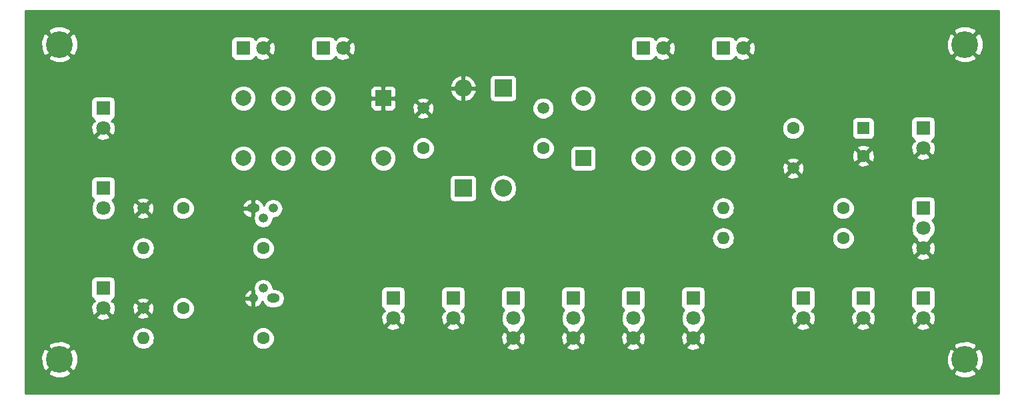
<source format=gbr>
G04 #@! TF.FileFunction,Copper,L1,Top,Signal*
%FSLAX46Y46*%
G04 Gerber Fmt 4.6, Leading zero omitted, Abs format (unit mm)*
G04 Created by KiCad (PCBNEW 4.0.7) date 03/26/18 10:16:11*
%MOMM*%
%LPD*%
G01*
G04 APERTURE LIST*
%ADD10C,0.100000*%
%ADD11R,2.000000X2.000000*%
%ADD12C,2.000000*%
%ADD13C,1.600000*%
%ADD14C,1.500000*%
%ADD15R,1.600000X1.600000*%
%ADD16R,2.200000X2.200000*%
%ADD17O,2.200000X2.200000*%
%ADD18C,3.400000*%
%ADD19R,1.800000X1.800000*%
%ADD20C,1.800000*%
%ADD21O,1.600000X1.200000*%
%ADD22O,1.200000X1.200000*%
%ADD23O,1.600000X1.600000*%
%ADD24C,0.254000*%
G04 APERTURE END LIST*
D10*
D11*
X96520000Y-44450000D03*
D12*
X96520000Y-36830000D03*
X104140000Y-44450000D03*
X104140000Y-36830000D03*
X109220000Y-44450000D03*
X109220000Y-36830000D03*
X114300000Y-36830000D03*
X114300000Y-44450000D03*
D13*
X45720000Y-50800000D03*
D14*
X40640000Y-50800000D03*
D13*
X45720000Y-63500000D03*
D14*
X40640000Y-63500000D03*
D15*
X132080000Y-40640000D03*
D13*
X132080000Y-44140000D03*
X123190000Y-40640000D03*
D14*
X123190000Y-45720000D03*
D13*
X76200000Y-43180000D03*
D14*
X76200000Y-38100000D03*
D13*
X91440000Y-43180000D03*
D14*
X91440000Y-38100000D03*
D16*
X81280000Y-48260000D03*
D17*
X81280000Y-35560000D03*
D16*
X86360000Y-35560000D03*
D17*
X86360000Y-48260000D03*
D18*
X145000000Y-70000000D03*
X30000000Y-30000000D03*
X30000000Y-70000000D03*
X145000000Y-30000000D03*
D19*
X35560000Y-48260000D03*
D20*
X35560000Y-50800000D03*
D19*
X35560000Y-60960000D03*
D20*
X35560000Y-63500000D03*
D19*
X139700000Y-40640000D03*
D20*
X139700000Y-43180000D03*
D19*
X35560000Y-38100000D03*
D20*
X35560000Y-40640000D03*
D19*
X63500000Y-30480000D03*
D20*
X66040000Y-30480000D03*
D19*
X110490000Y-62230000D03*
D20*
X110490000Y-64770000D03*
X110490000Y-67310000D03*
D19*
X102870000Y-62230000D03*
D20*
X102870000Y-64770000D03*
X102870000Y-67310000D03*
D19*
X95250000Y-62230000D03*
D20*
X95250000Y-64770000D03*
X95250000Y-67310000D03*
D19*
X87630000Y-62230000D03*
D20*
X87630000Y-64770000D03*
X87630000Y-67310000D03*
D19*
X53340000Y-30480000D03*
D20*
X55880000Y-30480000D03*
D19*
X114300000Y-30480000D03*
D20*
X116840000Y-30480000D03*
D19*
X139700000Y-62230000D03*
D20*
X139700000Y-64770000D03*
D19*
X132080000Y-62230000D03*
D20*
X132080000Y-64770000D03*
D19*
X124460000Y-62230000D03*
D20*
X124460000Y-64770000D03*
D19*
X80010000Y-62230000D03*
D20*
X80010000Y-64770000D03*
D19*
X72390000Y-62230000D03*
D20*
X72390000Y-64770000D03*
D19*
X104140000Y-30480000D03*
D20*
X106680000Y-30480000D03*
D19*
X139700000Y-50800000D03*
D20*
X139700000Y-53340000D03*
X139700000Y-55880000D03*
D11*
X71120000Y-36830000D03*
D12*
X71120000Y-44450000D03*
X63500000Y-36830000D03*
X63500000Y-44450000D03*
X58420000Y-36830000D03*
X58420000Y-44450000D03*
X53340000Y-44450000D03*
X53340000Y-36830000D03*
D21*
X54610000Y-50800000D03*
D22*
X55880000Y-52070000D03*
X57150000Y-50800000D03*
D21*
X57150000Y-62230000D03*
D22*
X55880000Y-60960000D03*
X54610000Y-62230000D03*
D13*
X55880000Y-55880000D03*
D23*
X40640000Y-55880000D03*
D13*
X55880000Y-67310000D03*
D23*
X40640000Y-67310000D03*
D13*
X129540000Y-50800000D03*
D23*
X114300000Y-50800000D03*
D13*
X129540000Y-54610000D03*
D23*
X114300000Y-54610000D03*
D24*
G36*
X149315000Y-74315000D02*
X25685000Y-74315000D01*
X25685000Y-71658422D01*
X28521183Y-71658422D01*
X28705371Y-71997970D01*
X29568509Y-72341316D01*
X30497336Y-72328218D01*
X31294629Y-71997970D01*
X31478817Y-71658422D01*
X143521183Y-71658422D01*
X143705371Y-71997970D01*
X144568509Y-72341316D01*
X145497336Y-72328218D01*
X146294629Y-71997970D01*
X146478817Y-71658422D01*
X145000000Y-70179605D01*
X143521183Y-71658422D01*
X31478817Y-71658422D01*
X30000000Y-70179605D01*
X28521183Y-71658422D01*
X25685000Y-71658422D01*
X25685000Y-69568509D01*
X27658684Y-69568509D01*
X27671782Y-70497336D01*
X28002030Y-71294629D01*
X28341578Y-71478817D01*
X29820395Y-70000000D01*
X30179605Y-70000000D01*
X31658422Y-71478817D01*
X31997970Y-71294629D01*
X32341316Y-70431491D01*
X32329147Y-69568509D01*
X142658684Y-69568509D01*
X142671782Y-70497336D01*
X143002030Y-71294629D01*
X143341578Y-71478817D01*
X144820395Y-70000000D01*
X145179605Y-70000000D01*
X146658422Y-71478817D01*
X146997970Y-71294629D01*
X147341316Y-70431491D01*
X147328218Y-69502664D01*
X146997970Y-68705371D01*
X146658422Y-68521183D01*
X145179605Y-70000000D01*
X144820395Y-70000000D01*
X143341578Y-68521183D01*
X143002030Y-68705371D01*
X142658684Y-69568509D01*
X32329147Y-69568509D01*
X32328218Y-69502664D01*
X31997970Y-68705371D01*
X31658422Y-68521183D01*
X30179605Y-70000000D01*
X29820395Y-70000000D01*
X28341578Y-68521183D01*
X28002030Y-68705371D01*
X27658684Y-69568509D01*
X25685000Y-69568509D01*
X25685000Y-68341578D01*
X28521183Y-68341578D01*
X30000000Y-69820395D01*
X31478817Y-68341578D01*
X31294629Y-68002030D01*
X30431491Y-67658684D01*
X29502664Y-67671782D01*
X28705371Y-68002030D01*
X28521183Y-68341578D01*
X25685000Y-68341578D01*
X25685000Y-67310000D01*
X39176887Y-67310000D01*
X39286120Y-67859151D01*
X39597189Y-68324698D01*
X40062736Y-68635767D01*
X40611887Y-68745000D01*
X40668113Y-68745000D01*
X41217264Y-68635767D01*
X41682811Y-68324698D01*
X41993880Y-67859151D01*
X42046584Y-67594187D01*
X54444752Y-67594187D01*
X54662757Y-68121800D01*
X55066077Y-68525824D01*
X55593309Y-68744750D01*
X56164187Y-68745248D01*
X56691800Y-68527243D01*
X56829123Y-68390159D01*
X86729446Y-68390159D01*
X86815852Y-68646643D01*
X87389336Y-68856458D01*
X87999460Y-68830839D01*
X88444148Y-68646643D01*
X88530554Y-68390159D01*
X94349446Y-68390159D01*
X94435852Y-68646643D01*
X95009336Y-68856458D01*
X95619460Y-68830839D01*
X96064148Y-68646643D01*
X96150554Y-68390159D01*
X101969446Y-68390159D01*
X102055852Y-68646643D01*
X102629336Y-68856458D01*
X103239460Y-68830839D01*
X103684148Y-68646643D01*
X103770554Y-68390159D01*
X109589446Y-68390159D01*
X109675852Y-68646643D01*
X110249336Y-68856458D01*
X110859460Y-68830839D01*
X111304148Y-68646643D01*
X111390554Y-68390159D01*
X111341973Y-68341578D01*
X143521183Y-68341578D01*
X145000000Y-69820395D01*
X146478817Y-68341578D01*
X146294629Y-68002030D01*
X145431491Y-67658684D01*
X144502664Y-67671782D01*
X143705371Y-68002030D01*
X143521183Y-68341578D01*
X111341973Y-68341578D01*
X110490000Y-67489605D01*
X109589446Y-68390159D01*
X103770554Y-68390159D01*
X102870000Y-67489605D01*
X101969446Y-68390159D01*
X96150554Y-68390159D01*
X95250000Y-67489605D01*
X94349446Y-68390159D01*
X88530554Y-68390159D01*
X87630000Y-67489605D01*
X86729446Y-68390159D01*
X56829123Y-68390159D01*
X57095824Y-68123923D01*
X57314750Y-67596691D01*
X57315210Y-67069336D01*
X86083542Y-67069336D01*
X86109161Y-67679460D01*
X86293357Y-68124148D01*
X86549841Y-68210554D01*
X87450395Y-67310000D01*
X87809605Y-67310000D01*
X88710159Y-68210554D01*
X88966643Y-68124148D01*
X89176458Y-67550664D01*
X89156248Y-67069336D01*
X93703542Y-67069336D01*
X93729161Y-67679460D01*
X93913357Y-68124148D01*
X94169841Y-68210554D01*
X95070395Y-67310000D01*
X95429605Y-67310000D01*
X96330159Y-68210554D01*
X96586643Y-68124148D01*
X96796458Y-67550664D01*
X96776248Y-67069336D01*
X101323542Y-67069336D01*
X101349161Y-67679460D01*
X101533357Y-68124148D01*
X101789841Y-68210554D01*
X102690395Y-67310000D01*
X103049605Y-67310000D01*
X103950159Y-68210554D01*
X104206643Y-68124148D01*
X104416458Y-67550664D01*
X104396248Y-67069336D01*
X108943542Y-67069336D01*
X108969161Y-67679460D01*
X109153357Y-68124148D01*
X109409841Y-68210554D01*
X110310395Y-67310000D01*
X110669605Y-67310000D01*
X111570159Y-68210554D01*
X111826643Y-68124148D01*
X112036458Y-67550664D01*
X112010839Y-66940540D01*
X111826643Y-66495852D01*
X111570159Y-66409446D01*
X110669605Y-67310000D01*
X110310395Y-67310000D01*
X109409841Y-66409446D01*
X109153357Y-66495852D01*
X108943542Y-67069336D01*
X104396248Y-67069336D01*
X104390839Y-66940540D01*
X104206643Y-66495852D01*
X103950159Y-66409446D01*
X103049605Y-67310000D01*
X102690395Y-67310000D01*
X101789841Y-66409446D01*
X101533357Y-66495852D01*
X101323542Y-67069336D01*
X96776248Y-67069336D01*
X96770839Y-66940540D01*
X96586643Y-66495852D01*
X96330159Y-66409446D01*
X95429605Y-67310000D01*
X95070395Y-67310000D01*
X94169841Y-66409446D01*
X93913357Y-66495852D01*
X93703542Y-67069336D01*
X89156248Y-67069336D01*
X89150839Y-66940540D01*
X88966643Y-66495852D01*
X88710159Y-66409446D01*
X87809605Y-67310000D01*
X87450395Y-67310000D01*
X86549841Y-66409446D01*
X86293357Y-66495852D01*
X86083542Y-67069336D01*
X57315210Y-67069336D01*
X57315248Y-67025813D01*
X57097243Y-66498200D01*
X56693923Y-66094176D01*
X56166691Y-65875250D01*
X55595813Y-65874752D01*
X55068200Y-66092757D01*
X54664176Y-66496077D01*
X54445250Y-67023309D01*
X54444752Y-67594187D01*
X42046584Y-67594187D01*
X42103113Y-67310000D01*
X41993880Y-66760849D01*
X41682811Y-66295302D01*
X41217264Y-65984233D01*
X40668113Y-65875000D01*
X40611887Y-65875000D01*
X40062736Y-65984233D01*
X39597189Y-66295302D01*
X39286120Y-66760849D01*
X39176887Y-67310000D01*
X25685000Y-67310000D01*
X25685000Y-65850159D01*
X71489446Y-65850159D01*
X71575852Y-66106643D01*
X72149336Y-66316458D01*
X72759460Y-66290839D01*
X73204148Y-66106643D01*
X73290554Y-65850159D01*
X79109446Y-65850159D01*
X79195852Y-66106643D01*
X79769336Y-66316458D01*
X80379460Y-66290839D01*
X80824148Y-66106643D01*
X80910554Y-65850159D01*
X80010000Y-64949605D01*
X79109446Y-65850159D01*
X73290554Y-65850159D01*
X72390000Y-64949605D01*
X71489446Y-65850159D01*
X25685000Y-65850159D01*
X25685000Y-64580159D01*
X34659446Y-64580159D01*
X34745852Y-64836643D01*
X35319336Y-65046458D01*
X35929460Y-65020839D01*
X36374148Y-64836643D01*
X36460554Y-64580159D01*
X36351912Y-64471517D01*
X39848088Y-64471517D01*
X39916077Y-64712460D01*
X40435171Y-64897201D01*
X40985448Y-64869230D01*
X41363923Y-64712460D01*
X41431912Y-64471517D01*
X40640000Y-63679605D01*
X39848088Y-64471517D01*
X36351912Y-64471517D01*
X35560000Y-63679605D01*
X34659446Y-64580159D01*
X25685000Y-64580159D01*
X25685000Y-60060000D01*
X34012560Y-60060000D01*
X34012560Y-61860000D01*
X34056838Y-62095317D01*
X34195910Y-62311441D01*
X34399574Y-62450598D01*
X34365282Y-62484890D01*
X34479839Y-62599447D01*
X34223357Y-62685852D01*
X34013542Y-63259336D01*
X34039161Y-63869460D01*
X34223357Y-64314148D01*
X34479841Y-64400554D01*
X35380395Y-63500000D01*
X35366253Y-63485858D01*
X35545858Y-63306253D01*
X35560000Y-63320395D01*
X35574143Y-63306253D01*
X35753748Y-63485858D01*
X35739605Y-63500000D01*
X36640159Y-64400554D01*
X36896643Y-64314148D01*
X37106458Y-63740664D01*
X37087752Y-63295171D01*
X39242799Y-63295171D01*
X39270770Y-63845448D01*
X39427540Y-64223923D01*
X39668483Y-64291912D01*
X40460395Y-63500000D01*
X40819605Y-63500000D01*
X41611517Y-64291912D01*
X41852460Y-64223923D01*
X42008958Y-63784187D01*
X44284752Y-63784187D01*
X44502757Y-64311800D01*
X44906077Y-64715824D01*
X45433309Y-64934750D01*
X46004187Y-64935248D01*
X46531800Y-64717243D01*
X46935824Y-64313923D01*
X47154750Y-63786691D01*
X47155248Y-63215813D01*
X46937243Y-62688200D01*
X46796897Y-62547609D01*
X53416538Y-62547609D01*
X53541503Y-62849327D01*
X53859844Y-63211080D01*
X54292389Y-63423472D01*
X54483000Y-63299714D01*
X54483000Y-62357000D01*
X53541269Y-62357000D01*
X53416538Y-62547609D01*
X46796897Y-62547609D01*
X46533923Y-62284176D01*
X46006691Y-62065250D01*
X45435813Y-62064752D01*
X44908200Y-62282757D01*
X44504176Y-62686077D01*
X44285250Y-63213309D01*
X44284752Y-63784187D01*
X42008958Y-63784187D01*
X42037201Y-63704829D01*
X42009230Y-63154552D01*
X41852460Y-62776077D01*
X41611517Y-62708088D01*
X40819605Y-63500000D01*
X40460395Y-63500000D01*
X39668483Y-62708088D01*
X39427540Y-62776077D01*
X39242799Y-63295171D01*
X37087752Y-63295171D01*
X37080839Y-63130540D01*
X36896643Y-62685852D01*
X36640161Y-62599447D01*
X36711125Y-62528483D01*
X39848088Y-62528483D01*
X40640000Y-63320395D01*
X41431912Y-62528483D01*
X41363923Y-62287540D01*
X40844829Y-62102799D01*
X40294552Y-62130770D01*
X39916077Y-62287540D01*
X39848088Y-62528483D01*
X36711125Y-62528483D01*
X36754718Y-62484890D01*
X36718240Y-62448412D01*
X36911441Y-62324090D01*
X37056431Y-62111890D01*
X37096830Y-61912391D01*
X53416538Y-61912391D01*
X53541269Y-62103000D01*
X54483000Y-62103000D01*
X54483000Y-61160286D01*
X54292389Y-61036528D01*
X53859844Y-61248920D01*
X53541503Y-61610673D01*
X53416538Y-61912391D01*
X37096830Y-61912391D01*
X37107440Y-61860000D01*
X37107440Y-60960000D01*
X54620805Y-60960000D01*
X54714814Y-61432614D01*
X54737000Y-61465818D01*
X54737000Y-62103000D01*
X54757000Y-62103000D01*
X54757000Y-62357000D01*
X54737000Y-62357000D01*
X54737000Y-63299714D01*
X54927611Y-63423472D01*
X55360156Y-63211080D01*
X55678497Y-62849327D01*
X55767388Y-62634706D01*
X55780896Y-62702614D01*
X56048610Y-63103277D01*
X56449273Y-63370991D01*
X56921887Y-63465000D01*
X57378113Y-63465000D01*
X57850727Y-63370991D01*
X58251390Y-63103277D01*
X58519104Y-62702614D01*
X58613113Y-62230000D01*
X58519104Y-61757386D01*
X58251390Y-61356723D01*
X58211397Y-61330000D01*
X70842560Y-61330000D01*
X70842560Y-63130000D01*
X70886838Y-63365317D01*
X71025910Y-63581441D01*
X71229574Y-63720598D01*
X71195282Y-63754890D01*
X71309839Y-63869447D01*
X71053357Y-63955852D01*
X70843542Y-64529336D01*
X70869161Y-65139460D01*
X71053357Y-65584148D01*
X71309841Y-65670554D01*
X72210395Y-64770000D01*
X72196253Y-64755858D01*
X72375858Y-64576253D01*
X72390000Y-64590395D01*
X72404143Y-64576253D01*
X72583748Y-64755858D01*
X72569605Y-64770000D01*
X73470159Y-65670554D01*
X73726643Y-65584148D01*
X73936458Y-65010664D01*
X73910839Y-64400540D01*
X73726643Y-63955852D01*
X73470161Y-63869447D01*
X73584718Y-63754890D01*
X73548240Y-63718412D01*
X73741441Y-63594090D01*
X73886431Y-63381890D01*
X73937440Y-63130000D01*
X73937440Y-61330000D01*
X78462560Y-61330000D01*
X78462560Y-63130000D01*
X78506838Y-63365317D01*
X78645910Y-63581441D01*
X78849574Y-63720598D01*
X78815282Y-63754890D01*
X78929839Y-63869447D01*
X78673357Y-63955852D01*
X78463542Y-64529336D01*
X78489161Y-65139460D01*
X78673357Y-65584148D01*
X78929841Y-65670554D01*
X79830395Y-64770000D01*
X79816253Y-64755858D01*
X79995858Y-64576253D01*
X80010000Y-64590395D01*
X80024143Y-64576253D01*
X80203748Y-64755858D01*
X80189605Y-64770000D01*
X81090159Y-65670554D01*
X81346643Y-65584148D01*
X81556458Y-65010664D01*
X81530839Y-64400540D01*
X81346643Y-63955852D01*
X81090161Y-63869447D01*
X81204718Y-63754890D01*
X81168240Y-63718412D01*
X81361441Y-63594090D01*
X81506431Y-63381890D01*
X81557440Y-63130000D01*
X81557440Y-61330000D01*
X86082560Y-61330000D01*
X86082560Y-63130000D01*
X86126838Y-63365317D01*
X86265910Y-63581441D01*
X86478110Y-63726431D01*
X86498534Y-63730567D01*
X86329449Y-63899357D01*
X86095267Y-64463330D01*
X86094735Y-65073991D01*
X86327932Y-65638371D01*
X86759357Y-66070551D01*
X86780194Y-66079203D01*
X86729446Y-66229841D01*
X87630000Y-67130395D01*
X88530554Y-66229841D01*
X88479965Y-66079673D01*
X88498371Y-66072068D01*
X88930551Y-65640643D01*
X89164733Y-65076670D01*
X89165265Y-64466009D01*
X88932068Y-63901629D01*
X88764120Y-63733387D01*
X88765317Y-63733162D01*
X88981441Y-63594090D01*
X89126431Y-63381890D01*
X89177440Y-63130000D01*
X89177440Y-61330000D01*
X93702560Y-61330000D01*
X93702560Y-63130000D01*
X93746838Y-63365317D01*
X93885910Y-63581441D01*
X94098110Y-63726431D01*
X94118534Y-63730567D01*
X93949449Y-63899357D01*
X93715267Y-64463330D01*
X93714735Y-65073991D01*
X93947932Y-65638371D01*
X94379357Y-66070551D01*
X94400194Y-66079203D01*
X94349446Y-66229841D01*
X95250000Y-67130395D01*
X96150554Y-66229841D01*
X96099965Y-66079673D01*
X96118371Y-66072068D01*
X96550551Y-65640643D01*
X96784733Y-65076670D01*
X96785265Y-64466009D01*
X96552068Y-63901629D01*
X96384120Y-63733387D01*
X96385317Y-63733162D01*
X96601441Y-63594090D01*
X96746431Y-63381890D01*
X96797440Y-63130000D01*
X96797440Y-61330000D01*
X101322560Y-61330000D01*
X101322560Y-63130000D01*
X101366838Y-63365317D01*
X101505910Y-63581441D01*
X101718110Y-63726431D01*
X101738534Y-63730567D01*
X101569449Y-63899357D01*
X101335267Y-64463330D01*
X101334735Y-65073991D01*
X101567932Y-65638371D01*
X101999357Y-66070551D01*
X102020194Y-66079203D01*
X101969446Y-66229841D01*
X102870000Y-67130395D01*
X103770554Y-66229841D01*
X103719965Y-66079673D01*
X103738371Y-66072068D01*
X104170551Y-65640643D01*
X104404733Y-65076670D01*
X104405265Y-64466009D01*
X104172068Y-63901629D01*
X104004120Y-63733387D01*
X104005317Y-63733162D01*
X104221441Y-63594090D01*
X104366431Y-63381890D01*
X104417440Y-63130000D01*
X104417440Y-61330000D01*
X108942560Y-61330000D01*
X108942560Y-63130000D01*
X108986838Y-63365317D01*
X109125910Y-63581441D01*
X109338110Y-63726431D01*
X109358534Y-63730567D01*
X109189449Y-63899357D01*
X108955267Y-64463330D01*
X108954735Y-65073991D01*
X109187932Y-65638371D01*
X109619357Y-66070551D01*
X109640194Y-66079203D01*
X109589446Y-66229841D01*
X110490000Y-67130395D01*
X111390554Y-66229841D01*
X111339965Y-66079673D01*
X111358371Y-66072068D01*
X111580668Y-65850159D01*
X123559446Y-65850159D01*
X123645852Y-66106643D01*
X124219336Y-66316458D01*
X124829460Y-66290839D01*
X125274148Y-66106643D01*
X125360554Y-65850159D01*
X131179446Y-65850159D01*
X131265852Y-66106643D01*
X131839336Y-66316458D01*
X132449460Y-66290839D01*
X132894148Y-66106643D01*
X132980554Y-65850159D01*
X138799446Y-65850159D01*
X138885852Y-66106643D01*
X139459336Y-66316458D01*
X140069460Y-66290839D01*
X140514148Y-66106643D01*
X140600554Y-65850159D01*
X139700000Y-64949605D01*
X138799446Y-65850159D01*
X132980554Y-65850159D01*
X132080000Y-64949605D01*
X131179446Y-65850159D01*
X125360554Y-65850159D01*
X124460000Y-64949605D01*
X123559446Y-65850159D01*
X111580668Y-65850159D01*
X111790551Y-65640643D01*
X112024733Y-65076670D01*
X112025265Y-64466009D01*
X111792068Y-63901629D01*
X111624120Y-63733387D01*
X111625317Y-63733162D01*
X111841441Y-63594090D01*
X111986431Y-63381890D01*
X112037440Y-63130000D01*
X112037440Y-61330000D01*
X122912560Y-61330000D01*
X122912560Y-63130000D01*
X122956838Y-63365317D01*
X123095910Y-63581441D01*
X123299574Y-63720598D01*
X123265282Y-63754890D01*
X123379839Y-63869447D01*
X123123357Y-63955852D01*
X122913542Y-64529336D01*
X122939161Y-65139460D01*
X123123357Y-65584148D01*
X123379841Y-65670554D01*
X124280395Y-64770000D01*
X124266253Y-64755858D01*
X124445858Y-64576253D01*
X124460000Y-64590395D01*
X124474143Y-64576253D01*
X124653748Y-64755858D01*
X124639605Y-64770000D01*
X125540159Y-65670554D01*
X125796643Y-65584148D01*
X126006458Y-65010664D01*
X125980839Y-64400540D01*
X125796643Y-63955852D01*
X125540161Y-63869447D01*
X125654718Y-63754890D01*
X125618240Y-63718412D01*
X125811441Y-63594090D01*
X125956431Y-63381890D01*
X126007440Y-63130000D01*
X126007440Y-61330000D01*
X130532560Y-61330000D01*
X130532560Y-63130000D01*
X130576838Y-63365317D01*
X130715910Y-63581441D01*
X130919574Y-63720598D01*
X130885282Y-63754890D01*
X130999839Y-63869447D01*
X130743357Y-63955852D01*
X130533542Y-64529336D01*
X130559161Y-65139460D01*
X130743357Y-65584148D01*
X130999841Y-65670554D01*
X131900395Y-64770000D01*
X131886253Y-64755858D01*
X132065858Y-64576253D01*
X132080000Y-64590395D01*
X132094143Y-64576253D01*
X132273748Y-64755858D01*
X132259605Y-64770000D01*
X133160159Y-65670554D01*
X133416643Y-65584148D01*
X133626458Y-65010664D01*
X133600839Y-64400540D01*
X133416643Y-63955852D01*
X133160161Y-63869447D01*
X133274718Y-63754890D01*
X133238240Y-63718412D01*
X133431441Y-63594090D01*
X133576431Y-63381890D01*
X133627440Y-63130000D01*
X133627440Y-61330000D01*
X138152560Y-61330000D01*
X138152560Y-63130000D01*
X138196838Y-63365317D01*
X138335910Y-63581441D01*
X138539574Y-63720598D01*
X138505282Y-63754890D01*
X138619839Y-63869447D01*
X138363357Y-63955852D01*
X138153542Y-64529336D01*
X138179161Y-65139460D01*
X138363357Y-65584148D01*
X138619841Y-65670554D01*
X139520395Y-64770000D01*
X139506253Y-64755858D01*
X139685858Y-64576253D01*
X139700000Y-64590395D01*
X139714143Y-64576253D01*
X139893748Y-64755858D01*
X139879605Y-64770000D01*
X140780159Y-65670554D01*
X141036643Y-65584148D01*
X141246458Y-65010664D01*
X141220839Y-64400540D01*
X141036643Y-63955852D01*
X140780161Y-63869447D01*
X140894718Y-63754890D01*
X140858240Y-63718412D01*
X141051441Y-63594090D01*
X141196431Y-63381890D01*
X141247440Y-63130000D01*
X141247440Y-61330000D01*
X141203162Y-61094683D01*
X141064090Y-60878559D01*
X140851890Y-60733569D01*
X140600000Y-60682560D01*
X138800000Y-60682560D01*
X138564683Y-60726838D01*
X138348559Y-60865910D01*
X138203569Y-61078110D01*
X138152560Y-61330000D01*
X133627440Y-61330000D01*
X133583162Y-61094683D01*
X133444090Y-60878559D01*
X133231890Y-60733569D01*
X132980000Y-60682560D01*
X131180000Y-60682560D01*
X130944683Y-60726838D01*
X130728559Y-60865910D01*
X130583569Y-61078110D01*
X130532560Y-61330000D01*
X126007440Y-61330000D01*
X125963162Y-61094683D01*
X125824090Y-60878559D01*
X125611890Y-60733569D01*
X125360000Y-60682560D01*
X123560000Y-60682560D01*
X123324683Y-60726838D01*
X123108559Y-60865910D01*
X122963569Y-61078110D01*
X122912560Y-61330000D01*
X112037440Y-61330000D01*
X111993162Y-61094683D01*
X111854090Y-60878559D01*
X111641890Y-60733569D01*
X111390000Y-60682560D01*
X109590000Y-60682560D01*
X109354683Y-60726838D01*
X109138559Y-60865910D01*
X108993569Y-61078110D01*
X108942560Y-61330000D01*
X104417440Y-61330000D01*
X104373162Y-61094683D01*
X104234090Y-60878559D01*
X104021890Y-60733569D01*
X103770000Y-60682560D01*
X101970000Y-60682560D01*
X101734683Y-60726838D01*
X101518559Y-60865910D01*
X101373569Y-61078110D01*
X101322560Y-61330000D01*
X96797440Y-61330000D01*
X96753162Y-61094683D01*
X96614090Y-60878559D01*
X96401890Y-60733569D01*
X96150000Y-60682560D01*
X94350000Y-60682560D01*
X94114683Y-60726838D01*
X93898559Y-60865910D01*
X93753569Y-61078110D01*
X93702560Y-61330000D01*
X89177440Y-61330000D01*
X89133162Y-61094683D01*
X88994090Y-60878559D01*
X88781890Y-60733569D01*
X88530000Y-60682560D01*
X86730000Y-60682560D01*
X86494683Y-60726838D01*
X86278559Y-60865910D01*
X86133569Y-61078110D01*
X86082560Y-61330000D01*
X81557440Y-61330000D01*
X81513162Y-61094683D01*
X81374090Y-60878559D01*
X81161890Y-60733569D01*
X80910000Y-60682560D01*
X79110000Y-60682560D01*
X78874683Y-60726838D01*
X78658559Y-60865910D01*
X78513569Y-61078110D01*
X78462560Y-61330000D01*
X73937440Y-61330000D01*
X73893162Y-61094683D01*
X73754090Y-60878559D01*
X73541890Y-60733569D01*
X73290000Y-60682560D01*
X71490000Y-60682560D01*
X71254683Y-60726838D01*
X71038559Y-60865910D01*
X70893569Y-61078110D01*
X70842560Y-61330000D01*
X58211397Y-61330000D01*
X57850727Y-61089009D01*
X57378113Y-60995000D01*
X57132233Y-60995000D01*
X57139195Y-60960000D01*
X57045186Y-60487386D01*
X56777472Y-60086723D01*
X56376809Y-59819009D01*
X55904195Y-59725000D01*
X55855805Y-59725000D01*
X55383191Y-59819009D01*
X54982528Y-60086723D01*
X54714814Y-60487386D01*
X54620805Y-60960000D01*
X37107440Y-60960000D01*
X37107440Y-60060000D01*
X37063162Y-59824683D01*
X36924090Y-59608559D01*
X36711890Y-59463569D01*
X36460000Y-59412560D01*
X34660000Y-59412560D01*
X34424683Y-59456838D01*
X34208559Y-59595910D01*
X34063569Y-59808110D01*
X34012560Y-60060000D01*
X25685000Y-60060000D01*
X25685000Y-55880000D01*
X39176887Y-55880000D01*
X39286120Y-56429151D01*
X39597189Y-56894698D01*
X40062736Y-57205767D01*
X40611887Y-57315000D01*
X40668113Y-57315000D01*
X41217264Y-57205767D01*
X41682811Y-56894698D01*
X41993880Y-56429151D01*
X42046584Y-56164187D01*
X54444752Y-56164187D01*
X54662757Y-56691800D01*
X55066077Y-57095824D01*
X55593309Y-57314750D01*
X56164187Y-57315248D01*
X56691800Y-57097243D01*
X56829123Y-56960159D01*
X138799446Y-56960159D01*
X138885852Y-57216643D01*
X139459336Y-57426458D01*
X140069460Y-57400839D01*
X140514148Y-57216643D01*
X140600554Y-56960159D01*
X139700000Y-56059605D01*
X138799446Y-56960159D01*
X56829123Y-56960159D01*
X57095824Y-56693923D01*
X57314750Y-56166691D01*
X57315248Y-55595813D01*
X57097243Y-55068200D01*
X56693923Y-54664176D01*
X56563453Y-54610000D01*
X112836887Y-54610000D01*
X112946120Y-55159151D01*
X113257189Y-55624698D01*
X113722736Y-55935767D01*
X114271887Y-56045000D01*
X114328113Y-56045000D01*
X114877264Y-55935767D01*
X115342811Y-55624698D01*
X115653880Y-55159151D01*
X115706584Y-54894187D01*
X128104752Y-54894187D01*
X128322757Y-55421800D01*
X128726077Y-55825824D01*
X129253309Y-56044750D01*
X129824187Y-56045248D01*
X130351800Y-55827243D01*
X130540034Y-55639336D01*
X138153542Y-55639336D01*
X138179161Y-56249460D01*
X138363357Y-56694148D01*
X138619841Y-56780554D01*
X139520395Y-55880000D01*
X139879605Y-55880000D01*
X140780159Y-56780554D01*
X141036643Y-56694148D01*
X141246458Y-56120664D01*
X141220839Y-55510540D01*
X141036643Y-55065852D01*
X140780159Y-54979446D01*
X139879605Y-55880000D01*
X139520395Y-55880000D01*
X138619841Y-54979446D01*
X138363357Y-55065852D01*
X138153542Y-55639336D01*
X130540034Y-55639336D01*
X130755824Y-55423923D01*
X130974750Y-54896691D01*
X130975248Y-54325813D01*
X130757243Y-53798200D01*
X130353923Y-53394176D01*
X129826691Y-53175250D01*
X129255813Y-53174752D01*
X128728200Y-53392757D01*
X128324176Y-53796077D01*
X128105250Y-54323309D01*
X128104752Y-54894187D01*
X115706584Y-54894187D01*
X115763113Y-54610000D01*
X115653880Y-54060849D01*
X115342811Y-53595302D01*
X114877264Y-53284233D01*
X114328113Y-53175000D01*
X114271887Y-53175000D01*
X113722736Y-53284233D01*
X113257189Y-53595302D01*
X112946120Y-54060849D01*
X112836887Y-54610000D01*
X56563453Y-54610000D01*
X56166691Y-54445250D01*
X55595813Y-54444752D01*
X55068200Y-54662757D01*
X54664176Y-55066077D01*
X54445250Y-55593309D01*
X54444752Y-56164187D01*
X42046584Y-56164187D01*
X42103113Y-55880000D01*
X41993880Y-55330849D01*
X41682811Y-54865302D01*
X41217264Y-54554233D01*
X40668113Y-54445000D01*
X40611887Y-54445000D01*
X40062736Y-54554233D01*
X39597189Y-54865302D01*
X39286120Y-55330849D01*
X39176887Y-55880000D01*
X25685000Y-55880000D01*
X25685000Y-47360000D01*
X34012560Y-47360000D01*
X34012560Y-49160000D01*
X34056838Y-49395317D01*
X34195910Y-49611441D01*
X34408110Y-49756431D01*
X34428534Y-49760567D01*
X34259449Y-49929357D01*
X34025267Y-50493330D01*
X34024735Y-51103991D01*
X34257932Y-51668371D01*
X34689357Y-52100551D01*
X35253330Y-52334733D01*
X35863991Y-52335265D01*
X36428371Y-52102068D01*
X36759500Y-51771517D01*
X39848088Y-51771517D01*
X39916077Y-52012460D01*
X40435171Y-52197201D01*
X40985448Y-52169230D01*
X41363923Y-52012460D01*
X41431912Y-51771517D01*
X40640000Y-50979605D01*
X39848088Y-51771517D01*
X36759500Y-51771517D01*
X36860551Y-51670643D01*
X37094733Y-51106670D01*
X37095178Y-50595171D01*
X39242799Y-50595171D01*
X39270770Y-51145448D01*
X39427540Y-51523923D01*
X39668483Y-51591912D01*
X40460395Y-50800000D01*
X40819605Y-50800000D01*
X41611517Y-51591912D01*
X41852460Y-51523923D01*
X42008958Y-51084187D01*
X44284752Y-51084187D01*
X44502757Y-51611800D01*
X44906077Y-52015824D01*
X45433309Y-52234750D01*
X46004187Y-52235248D01*
X46404118Y-52070000D01*
X54620805Y-52070000D01*
X54714814Y-52542614D01*
X54982528Y-52943277D01*
X55383191Y-53210991D01*
X55855805Y-53305000D01*
X55904195Y-53305000D01*
X56376809Y-53210991D01*
X56777472Y-52943277D01*
X57045186Y-52542614D01*
X57139195Y-52070000D01*
X57132233Y-52035000D01*
X57174195Y-52035000D01*
X57646809Y-51940991D01*
X58047472Y-51673277D01*
X58315186Y-51272614D01*
X58409195Y-50800000D01*
X112836887Y-50800000D01*
X112946120Y-51349151D01*
X113257189Y-51814698D01*
X113722736Y-52125767D01*
X114271887Y-52235000D01*
X114328113Y-52235000D01*
X114877264Y-52125767D01*
X115342811Y-51814698D01*
X115653880Y-51349151D01*
X115706584Y-51084187D01*
X128104752Y-51084187D01*
X128322757Y-51611800D01*
X128726077Y-52015824D01*
X129253309Y-52234750D01*
X129824187Y-52235248D01*
X130351800Y-52017243D01*
X130755824Y-51613923D01*
X130974750Y-51086691D01*
X130975248Y-50515813D01*
X130757243Y-49988200D01*
X130669197Y-49900000D01*
X138152560Y-49900000D01*
X138152560Y-51700000D01*
X138196838Y-51935317D01*
X138335910Y-52151441D01*
X138548110Y-52296431D01*
X138568534Y-52300567D01*
X138399449Y-52469357D01*
X138165267Y-53033330D01*
X138164735Y-53643991D01*
X138397932Y-54208371D01*
X138829357Y-54640551D01*
X138850194Y-54649203D01*
X138799446Y-54799841D01*
X139700000Y-55700395D01*
X140600554Y-54799841D01*
X140549965Y-54649673D01*
X140568371Y-54642068D01*
X141000551Y-54210643D01*
X141234733Y-53646670D01*
X141235265Y-53036009D01*
X141002068Y-52471629D01*
X140834120Y-52303387D01*
X140835317Y-52303162D01*
X141051441Y-52164090D01*
X141196431Y-51951890D01*
X141247440Y-51700000D01*
X141247440Y-49900000D01*
X141203162Y-49664683D01*
X141064090Y-49448559D01*
X140851890Y-49303569D01*
X140600000Y-49252560D01*
X138800000Y-49252560D01*
X138564683Y-49296838D01*
X138348559Y-49435910D01*
X138203569Y-49648110D01*
X138152560Y-49900000D01*
X130669197Y-49900000D01*
X130353923Y-49584176D01*
X129826691Y-49365250D01*
X129255813Y-49364752D01*
X128728200Y-49582757D01*
X128324176Y-49986077D01*
X128105250Y-50513309D01*
X128104752Y-51084187D01*
X115706584Y-51084187D01*
X115763113Y-50800000D01*
X115653880Y-50250849D01*
X115342811Y-49785302D01*
X114877264Y-49474233D01*
X114328113Y-49365000D01*
X114271887Y-49365000D01*
X113722736Y-49474233D01*
X113257189Y-49785302D01*
X112946120Y-50250849D01*
X112836887Y-50800000D01*
X58409195Y-50800000D01*
X58315186Y-50327386D01*
X58047472Y-49926723D01*
X57646809Y-49659009D01*
X57174195Y-49565000D01*
X57125805Y-49565000D01*
X56653191Y-49659009D01*
X56252528Y-49926723D01*
X55984814Y-50327386D01*
X55971946Y-50392075D01*
X55769255Y-50012828D01*
X55394998Y-49705657D01*
X54931681Y-49565090D01*
X54737000Y-49720009D01*
X54737000Y-50673000D01*
X54757000Y-50673000D01*
X54757000Y-50927000D01*
X54737000Y-50927000D01*
X54737000Y-51564182D01*
X54714814Y-51597386D01*
X54620805Y-52070000D01*
X46404118Y-52070000D01*
X46531800Y-52017243D01*
X46935824Y-51613923D01*
X47141911Y-51117609D01*
X53216538Y-51117609D01*
X53222526Y-51160161D01*
X53450745Y-51587172D01*
X53825002Y-51894343D01*
X54288319Y-52034910D01*
X54483000Y-51879991D01*
X54483000Y-50927000D01*
X53341269Y-50927000D01*
X53216538Y-51117609D01*
X47141911Y-51117609D01*
X47154750Y-51086691D01*
X47155248Y-50515813D01*
X47141439Y-50482391D01*
X53216538Y-50482391D01*
X53341269Y-50673000D01*
X54483000Y-50673000D01*
X54483000Y-49720009D01*
X54288319Y-49565090D01*
X53825002Y-49705657D01*
X53450745Y-50012828D01*
X53222526Y-50439839D01*
X53216538Y-50482391D01*
X47141439Y-50482391D01*
X46937243Y-49988200D01*
X46533923Y-49584176D01*
X46006691Y-49365250D01*
X45435813Y-49364752D01*
X44908200Y-49582757D01*
X44504176Y-49986077D01*
X44285250Y-50513309D01*
X44284752Y-51084187D01*
X42008958Y-51084187D01*
X42037201Y-51004829D01*
X42009230Y-50454552D01*
X41852460Y-50076077D01*
X41611517Y-50008088D01*
X40819605Y-50800000D01*
X40460395Y-50800000D01*
X39668483Y-50008088D01*
X39427540Y-50076077D01*
X39242799Y-50595171D01*
X37095178Y-50595171D01*
X37095265Y-50496009D01*
X36862068Y-49931629D01*
X36759103Y-49828483D01*
X39848088Y-49828483D01*
X40640000Y-50620395D01*
X41431912Y-49828483D01*
X41363923Y-49587540D01*
X40844829Y-49402799D01*
X40294552Y-49430770D01*
X39916077Y-49587540D01*
X39848088Y-49828483D01*
X36759103Y-49828483D01*
X36694120Y-49763387D01*
X36695317Y-49763162D01*
X36911441Y-49624090D01*
X37056431Y-49411890D01*
X37107440Y-49160000D01*
X37107440Y-47360000D01*
X37069808Y-47160000D01*
X79532560Y-47160000D01*
X79532560Y-49360000D01*
X79576838Y-49595317D01*
X79715910Y-49811441D01*
X79928110Y-49956431D01*
X80180000Y-50007440D01*
X82380000Y-50007440D01*
X82615317Y-49963162D01*
X82831441Y-49824090D01*
X82976431Y-49611890D01*
X83027440Y-49360000D01*
X83027440Y-48226009D01*
X84625000Y-48226009D01*
X84625000Y-48293991D01*
X84757069Y-48957947D01*
X85133170Y-49520821D01*
X85696044Y-49896922D01*
X86360000Y-50028991D01*
X87023956Y-49896922D01*
X87586830Y-49520821D01*
X87962931Y-48957947D01*
X88095000Y-48293991D01*
X88095000Y-48226009D01*
X87962931Y-47562053D01*
X87586830Y-46999179D01*
X87126383Y-46691517D01*
X122398088Y-46691517D01*
X122466077Y-46932460D01*
X122985171Y-47117201D01*
X123535448Y-47089230D01*
X123913923Y-46932460D01*
X123981912Y-46691517D01*
X123190000Y-45899605D01*
X122398088Y-46691517D01*
X87126383Y-46691517D01*
X87023956Y-46623078D01*
X86360000Y-46491009D01*
X85696044Y-46623078D01*
X85133170Y-46999179D01*
X84757069Y-47562053D01*
X84625000Y-48226009D01*
X83027440Y-48226009D01*
X83027440Y-47160000D01*
X82983162Y-46924683D01*
X82844090Y-46708559D01*
X82631890Y-46563569D01*
X82380000Y-46512560D01*
X80180000Y-46512560D01*
X79944683Y-46556838D01*
X79728559Y-46695910D01*
X79583569Y-46908110D01*
X79532560Y-47160000D01*
X37069808Y-47160000D01*
X37063162Y-47124683D01*
X36924090Y-46908559D01*
X36711890Y-46763569D01*
X36460000Y-46712560D01*
X34660000Y-46712560D01*
X34424683Y-46756838D01*
X34208559Y-46895910D01*
X34063569Y-47108110D01*
X34012560Y-47360000D01*
X25685000Y-47360000D01*
X25685000Y-44773795D01*
X51704716Y-44773795D01*
X51953106Y-45374943D01*
X52412637Y-45835278D01*
X53013352Y-46084716D01*
X53663795Y-46085284D01*
X54264943Y-45836894D01*
X54725278Y-45377363D01*
X54974716Y-44776648D01*
X54974718Y-44773795D01*
X56784716Y-44773795D01*
X57033106Y-45374943D01*
X57492637Y-45835278D01*
X58093352Y-46084716D01*
X58743795Y-46085284D01*
X59344943Y-45836894D01*
X59805278Y-45377363D01*
X60054716Y-44776648D01*
X60054718Y-44773795D01*
X61864716Y-44773795D01*
X62113106Y-45374943D01*
X62572637Y-45835278D01*
X63173352Y-46084716D01*
X63823795Y-46085284D01*
X64424943Y-45836894D01*
X64885278Y-45377363D01*
X65134716Y-44776648D01*
X65134718Y-44773795D01*
X69484716Y-44773795D01*
X69733106Y-45374943D01*
X70192637Y-45835278D01*
X70793352Y-46084716D01*
X71443795Y-46085284D01*
X72044943Y-45836894D01*
X72505278Y-45377363D01*
X72754716Y-44776648D01*
X72755284Y-44126205D01*
X72506894Y-43525057D01*
X72446131Y-43464187D01*
X74764752Y-43464187D01*
X74982757Y-43991800D01*
X75386077Y-44395824D01*
X75913309Y-44614750D01*
X76484187Y-44615248D01*
X77011800Y-44397243D01*
X77415824Y-43993923D01*
X77634750Y-43466691D01*
X77634752Y-43464187D01*
X90004752Y-43464187D01*
X90222757Y-43991800D01*
X90626077Y-44395824D01*
X91153309Y-44614750D01*
X91724187Y-44615248D01*
X92251800Y-44397243D01*
X92655824Y-43993923D01*
X92874750Y-43466691D01*
X92874764Y-43450000D01*
X94872560Y-43450000D01*
X94872560Y-45450000D01*
X94916838Y-45685317D01*
X95055910Y-45901441D01*
X95268110Y-46046431D01*
X95520000Y-46097440D01*
X97520000Y-46097440D01*
X97755317Y-46053162D01*
X97971441Y-45914090D01*
X98116431Y-45701890D01*
X98167440Y-45450000D01*
X98167440Y-44773795D01*
X102504716Y-44773795D01*
X102753106Y-45374943D01*
X103212637Y-45835278D01*
X103813352Y-46084716D01*
X104463795Y-46085284D01*
X105064943Y-45836894D01*
X105525278Y-45377363D01*
X105774716Y-44776648D01*
X105774718Y-44773795D01*
X107584716Y-44773795D01*
X107833106Y-45374943D01*
X108292637Y-45835278D01*
X108893352Y-46084716D01*
X109543795Y-46085284D01*
X110144943Y-45836894D01*
X110605278Y-45377363D01*
X110854716Y-44776648D01*
X110854718Y-44773795D01*
X112664716Y-44773795D01*
X112913106Y-45374943D01*
X113372637Y-45835278D01*
X113973352Y-46084716D01*
X114623795Y-46085284D01*
X115224943Y-45836894D01*
X115547228Y-45515171D01*
X121792799Y-45515171D01*
X121820770Y-46065448D01*
X121977540Y-46443923D01*
X122218483Y-46511912D01*
X123010395Y-45720000D01*
X123369605Y-45720000D01*
X124161517Y-46511912D01*
X124402460Y-46443923D01*
X124587201Y-45924829D01*
X124559230Y-45374552D01*
X124465284Y-45147745D01*
X131251861Y-45147745D01*
X131325995Y-45393864D01*
X131863223Y-45586965D01*
X132433454Y-45559778D01*
X132834005Y-45393864D01*
X132908139Y-45147745D01*
X132080000Y-44319605D01*
X131251861Y-45147745D01*
X124465284Y-45147745D01*
X124402460Y-44996077D01*
X124161517Y-44928088D01*
X123369605Y-45720000D01*
X123010395Y-45720000D01*
X122218483Y-44928088D01*
X121977540Y-44996077D01*
X121792799Y-45515171D01*
X115547228Y-45515171D01*
X115685278Y-45377363D01*
X115934716Y-44776648D01*
X115934740Y-44748483D01*
X122398088Y-44748483D01*
X123190000Y-45540395D01*
X123981912Y-44748483D01*
X123913923Y-44507540D01*
X123394829Y-44322799D01*
X122844552Y-44350770D01*
X122466077Y-44507540D01*
X122398088Y-44748483D01*
X115934740Y-44748483D01*
X115935284Y-44126205D01*
X115851414Y-43923223D01*
X130633035Y-43923223D01*
X130660222Y-44493454D01*
X130826136Y-44894005D01*
X131072255Y-44968139D01*
X131900395Y-44140000D01*
X132259605Y-44140000D01*
X133087745Y-44968139D01*
X133333864Y-44894005D01*
X133526965Y-44356777D01*
X133522359Y-44260159D01*
X138799446Y-44260159D01*
X138885852Y-44516643D01*
X139459336Y-44726458D01*
X140069460Y-44700839D01*
X140514148Y-44516643D01*
X140600554Y-44260159D01*
X139700000Y-43359605D01*
X138799446Y-44260159D01*
X133522359Y-44260159D01*
X133499778Y-43786546D01*
X133333864Y-43385995D01*
X133087745Y-43311861D01*
X132259605Y-44140000D01*
X131900395Y-44140000D01*
X131072255Y-43311861D01*
X130826136Y-43385995D01*
X130633035Y-43923223D01*
X115851414Y-43923223D01*
X115686894Y-43525057D01*
X115294779Y-43132255D01*
X131251861Y-43132255D01*
X132080000Y-43960395D01*
X132908139Y-43132255D01*
X132834005Y-42886136D01*
X132296777Y-42693035D01*
X131726546Y-42720222D01*
X131325995Y-42886136D01*
X131251861Y-43132255D01*
X115294779Y-43132255D01*
X115227363Y-43064722D01*
X114626648Y-42815284D01*
X113976205Y-42814716D01*
X113375057Y-43063106D01*
X112914722Y-43522637D01*
X112665284Y-44123352D01*
X112664716Y-44773795D01*
X110854718Y-44773795D01*
X110855284Y-44126205D01*
X110606894Y-43525057D01*
X110147363Y-43064722D01*
X109546648Y-42815284D01*
X108896205Y-42814716D01*
X108295057Y-43063106D01*
X107834722Y-43522637D01*
X107585284Y-44123352D01*
X107584716Y-44773795D01*
X105774718Y-44773795D01*
X105775284Y-44126205D01*
X105526894Y-43525057D01*
X105067363Y-43064722D01*
X104466648Y-42815284D01*
X103816205Y-42814716D01*
X103215057Y-43063106D01*
X102754722Y-43522637D01*
X102505284Y-44123352D01*
X102504716Y-44773795D01*
X98167440Y-44773795D01*
X98167440Y-43450000D01*
X98123162Y-43214683D01*
X97984090Y-42998559D01*
X97771890Y-42853569D01*
X97520000Y-42802560D01*
X95520000Y-42802560D01*
X95284683Y-42846838D01*
X95068559Y-42985910D01*
X94923569Y-43198110D01*
X94872560Y-43450000D01*
X92874764Y-43450000D01*
X92875248Y-42895813D01*
X92657243Y-42368200D01*
X92253923Y-41964176D01*
X91726691Y-41745250D01*
X91155813Y-41744752D01*
X90628200Y-41962757D01*
X90224176Y-42366077D01*
X90005250Y-42893309D01*
X90004752Y-43464187D01*
X77634752Y-43464187D01*
X77635248Y-42895813D01*
X77417243Y-42368200D01*
X77013923Y-41964176D01*
X76486691Y-41745250D01*
X75915813Y-41744752D01*
X75388200Y-41962757D01*
X74984176Y-42366077D01*
X74765250Y-42893309D01*
X74764752Y-43464187D01*
X72446131Y-43464187D01*
X72047363Y-43064722D01*
X71446648Y-42815284D01*
X70796205Y-42814716D01*
X70195057Y-43063106D01*
X69734722Y-43522637D01*
X69485284Y-44123352D01*
X69484716Y-44773795D01*
X65134718Y-44773795D01*
X65135284Y-44126205D01*
X64886894Y-43525057D01*
X64427363Y-43064722D01*
X63826648Y-42815284D01*
X63176205Y-42814716D01*
X62575057Y-43063106D01*
X62114722Y-43522637D01*
X61865284Y-44123352D01*
X61864716Y-44773795D01*
X60054718Y-44773795D01*
X60055284Y-44126205D01*
X59806894Y-43525057D01*
X59347363Y-43064722D01*
X58746648Y-42815284D01*
X58096205Y-42814716D01*
X57495057Y-43063106D01*
X57034722Y-43522637D01*
X56785284Y-44123352D01*
X56784716Y-44773795D01*
X54974718Y-44773795D01*
X54975284Y-44126205D01*
X54726894Y-43525057D01*
X54267363Y-43064722D01*
X53666648Y-42815284D01*
X53016205Y-42814716D01*
X52415057Y-43063106D01*
X51954722Y-43522637D01*
X51705284Y-44123352D01*
X51704716Y-44773795D01*
X25685000Y-44773795D01*
X25685000Y-41720159D01*
X34659446Y-41720159D01*
X34745852Y-41976643D01*
X35319336Y-42186458D01*
X35929460Y-42160839D01*
X36374148Y-41976643D01*
X36460554Y-41720159D01*
X35560000Y-40819605D01*
X34659446Y-41720159D01*
X25685000Y-41720159D01*
X25685000Y-37200000D01*
X34012560Y-37200000D01*
X34012560Y-39000000D01*
X34056838Y-39235317D01*
X34195910Y-39451441D01*
X34399574Y-39590598D01*
X34365282Y-39624890D01*
X34479839Y-39739447D01*
X34223357Y-39825852D01*
X34013542Y-40399336D01*
X34039161Y-41009460D01*
X34223357Y-41454148D01*
X34479841Y-41540554D01*
X35380395Y-40640000D01*
X35366253Y-40625858D01*
X35545858Y-40446253D01*
X35560000Y-40460395D01*
X35574143Y-40446253D01*
X35753748Y-40625858D01*
X35739605Y-40640000D01*
X36640159Y-41540554D01*
X36896643Y-41454148D01*
X37090534Y-40924187D01*
X121754752Y-40924187D01*
X121972757Y-41451800D01*
X122376077Y-41855824D01*
X122903309Y-42074750D01*
X123474187Y-42075248D01*
X124001800Y-41857243D01*
X124405824Y-41453923D01*
X124624750Y-40926691D01*
X124625248Y-40355813D01*
X124412119Y-39840000D01*
X130632560Y-39840000D01*
X130632560Y-41440000D01*
X130676838Y-41675317D01*
X130815910Y-41891441D01*
X131028110Y-42036431D01*
X131280000Y-42087440D01*
X132880000Y-42087440D01*
X133115317Y-42043162D01*
X133331441Y-41904090D01*
X133476431Y-41691890D01*
X133527440Y-41440000D01*
X133527440Y-39840000D01*
X133508624Y-39740000D01*
X138152560Y-39740000D01*
X138152560Y-41540000D01*
X138196838Y-41775317D01*
X138335910Y-41991441D01*
X138539574Y-42130598D01*
X138505282Y-42164890D01*
X138619839Y-42279447D01*
X138363357Y-42365852D01*
X138153542Y-42939336D01*
X138179161Y-43549460D01*
X138363357Y-43994148D01*
X138619841Y-44080554D01*
X139520395Y-43180000D01*
X139506253Y-43165858D01*
X139685858Y-42986253D01*
X139700000Y-43000395D01*
X139714143Y-42986253D01*
X139893748Y-43165858D01*
X139879605Y-43180000D01*
X140780159Y-44080554D01*
X141036643Y-43994148D01*
X141246458Y-43420664D01*
X141220839Y-42810540D01*
X141036643Y-42365852D01*
X140780161Y-42279447D01*
X140894718Y-42164890D01*
X140858240Y-42128412D01*
X141051441Y-42004090D01*
X141196431Y-41791890D01*
X141247440Y-41540000D01*
X141247440Y-39740000D01*
X141203162Y-39504683D01*
X141064090Y-39288559D01*
X140851890Y-39143569D01*
X140600000Y-39092560D01*
X138800000Y-39092560D01*
X138564683Y-39136838D01*
X138348559Y-39275910D01*
X138203569Y-39488110D01*
X138152560Y-39740000D01*
X133508624Y-39740000D01*
X133483162Y-39604683D01*
X133344090Y-39388559D01*
X133131890Y-39243569D01*
X132880000Y-39192560D01*
X131280000Y-39192560D01*
X131044683Y-39236838D01*
X130828559Y-39375910D01*
X130683569Y-39588110D01*
X130632560Y-39840000D01*
X124412119Y-39840000D01*
X124407243Y-39828200D01*
X124003923Y-39424176D01*
X123476691Y-39205250D01*
X122905813Y-39204752D01*
X122378200Y-39422757D01*
X121974176Y-39826077D01*
X121755250Y-40353309D01*
X121754752Y-40924187D01*
X37090534Y-40924187D01*
X37106458Y-40880664D01*
X37080839Y-40270540D01*
X36896643Y-39825852D01*
X36640161Y-39739447D01*
X36754718Y-39624890D01*
X36718240Y-39588412D01*
X36911441Y-39464090D01*
X37056431Y-39251890D01*
X37092957Y-39071517D01*
X75408088Y-39071517D01*
X75476077Y-39312460D01*
X75995171Y-39497201D01*
X76545448Y-39469230D01*
X76923923Y-39312460D01*
X76991912Y-39071517D01*
X76200000Y-38279605D01*
X75408088Y-39071517D01*
X37092957Y-39071517D01*
X37107440Y-39000000D01*
X37107440Y-37200000D01*
X37098746Y-37153795D01*
X51704716Y-37153795D01*
X51953106Y-37754943D01*
X52412637Y-38215278D01*
X53013352Y-38464716D01*
X53663795Y-38465284D01*
X54264943Y-38216894D01*
X54725278Y-37757363D01*
X54974716Y-37156648D01*
X54974718Y-37153795D01*
X56784716Y-37153795D01*
X57033106Y-37754943D01*
X57492637Y-38215278D01*
X58093352Y-38464716D01*
X58743795Y-38465284D01*
X59344943Y-38216894D01*
X59805278Y-37757363D01*
X60054716Y-37156648D01*
X60054718Y-37153795D01*
X61864716Y-37153795D01*
X62113106Y-37754943D01*
X62572637Y-38215278D01*
X63173352Y-38464716D01*
X63823795Y-38465284D01*
X64424943Y-38216894D01*
X64885278Y-37757363D01*
X65134716Y-37156648D01*
X65134751Y-37115750D01*
X69485000Y-37115750D01*
X69485000Y-37956310D01*
X69581673Y-38189699D01*
X69760302Y-38368327D01*
X69993691Y-38465000D01*
X70834250Y-38465000D01*
X70993000Y-38306250D01*
X70993000Y-36957000D01*
X71247000Y-36957000D01*
X71247000Y-38306250D01*
X71405750Y-38465000D01*
X72246309Y-38465000D01*
X72479698Y-38368327D01*
X72658327Y-38189699D01*
X72755000Y-37956310D01*
X72755000Y-37895171D01*
X74802799Y-37895171D01*
X74830770Y-38445448D01*
X74987540Y-38823923D01*
X75228483Y-38891912D01*
X76020395Y-38100000D01*
X76379605Y-38100000D01*
X77171517Y-38891912D01*
X77412460Y-38823923D01*
X77572482Y-38374285D01*
X90054760Y-38374285D01*
X90265169Y-38883515D01*
X90654436Y-39273461D01*
X91163298Y-39484759D01*
X91714285Y-39485240D01*
X92223515Y-39274831D01*
X92613461Y-38885564D01*
X92824759Y-38376702D01*
X92825240Y-37825715D01*
X92614831Y-37316485D01*
X92452425Y-37153795D01*
X94884716Y-37153795D01*
X95133106Y-37754943D01*
X95592637Y-38215278D01*
X96193352Y-38464716D01*
X96843795Y-38465284D01*
X97444943Y-38216894D01*
X97905278Y-37757363D01*
X98154716Y-37156648D01*
X98154718Y-37153795D01*
X102504716Y-37153795D01*
X102753106Y-37754943D01*
X103212637Y-38215278D01*
X103813352Y-38464716D01*
X104463795Y-38465284D01*
X105064943Y-38216894D01*
X105525278Y-37757363D01*
X105774716Y-37156648D01*
X105774718Y-37153795D01*
X107584716Y-37153795D01*
X107833106Y-37754943D01*
X108292637Y-38215278D01*
X108893352Y-38464716D01*
X109543795Y-38465284D01*
X110144943Y-38216894D01*
X110605278Y-37757363D01*
X110854716Y-37156648D01*
X110854718Y-37153795D01*
X112664716Y-37153795D01*
X112913106Y-37754943D01*
X113372637Y-38215278D01*
X113973352Y-38464716D01*
X114623795Y-38465284D01*
X115224943Y-38216894D01*
X115685278Y-37757363D01*
X115934716Y-37156648D01*
X115935284Y-36506205D01*
X115686894Y-35905057D01*
X115227363Y-35444722D01*
X114626648Y-35195284D01*
X113976205Y-35194716D01*
X113375057Y-35443106D01*
X112914722Y-35902637D01*
X112665284Y-36503352D01*
X112664716Y-37153795D01*
X110854718Y-37153795D01*
X110855284Y-36506205D01*
X110606894Y-35905057D01*
X110147363Y-35444722D01*
X109546648Y-35195284D01*
X108896205Y-35194716D01*
X108295057Y-35443106D01*
X107834722Y-35902637D01*
X107585284Y-36503352D01*
X107584716Y-37153795D01*
X105774718Y-37153795D01*
X105775284Y-36506205D01*
X105526894Y-35905057D01*
X105067363Y-35444722D01*
X104466648Y-35195284D01*
X103816205Y-35194716D01*
X103215057Y-35443106D01*
X102754722Y-35902637D01*
X102505284Y-36503352D01*
X102504716Y-37153795D01*
X98154718Y-37153795D01*
X98155284Y-36506205D01*
X97906894Y-35905057D01*
X97447363Y-35444722D01*
X96846648Y-35195284D01*
X96196205Y-35194716D01*
X95595057Y-35443106D01*
X95134722Y-35902637D01*
X94885284Y-36503352D01*
X94884716Y-37153795D01*
X92452425Y-37153795D01*
X92225564Y-36926539D01*
X91716702Y-36715241D01*
X91165715Y-36714760D01*
X90656485Y-36925169D01*
X90266539Y-37314436D01*
X90055241Y-37823298D01*
X90054760Y-38374285D01*
X77572482Y-38374285D01*
X77597201Y-38304829D01*
X77569230Y-37754552D01*
X77412460Y-37376077D01*
X77171517Y-37308088D01*
X76379605Y-38100000D01*
X76020395Y-38100000D01*
X75228483Y-37308088D01*
X74987540Y-37376077D01*
X74802799Y-37895171D01*
X72755000Y-37895171D01*
X72755000Y-37128483D01*
X75408088Y-37128483D01*
X76200000Y-37920395D01*
X76991912Y-37128483D01*
X76923923Y-36887540D01*
X76404829Y-36702799D01*
X75854552Y-36730770D01*
X75476077Y-36887540D01*
X75408088Y-37128483D01*
X72755000Y-37128483D01*
X72755000Y-37115750D01*
X72596250Y-36957000D01*
X71247000Y-36957000D01*
X70993000Y-36957000D01*
X69643750Y-36957000D01*
X69485000Y-37115750D01*
X65134751Y-37115750D01*
X65135284Y-36506205D01*
X64886894Y-35905057D01*
X64685879Y-35703690D01*
X69485000Y-35703690D01*
X69485000Y-36544250D01*
X69643750Y-36703000D01*
X70993000Y-36703000D01*
X70993000Y-35353750D01*
X71247000Y-35353750D01*
X71247000Y-36703000D01*
X72596250Y-36703000D01*
X72755000Y-36544250D01*
X72755000Y-35956123D01*
X79590817Y-35956123D01*
X79870988Y-36572392D01*
X80365668Y-37034534D01*
X80883878Y-37249175D01*
X81153000Y-37131125D01*
X81153000Y-35687000D01*
X81407000Y-35687000D01*
X81407000Y-37131125D01*
X81676122Y-37249175D01*
X82194332Y-37034534D01*
X82689012Y-36572392D01*
X82969183Y-35956123D01*
X82851604Y-35687000D01*
X81407000Y-35687000D01*
X81153000Y-35687000D01*
X79708396Y-35687000D01*
X79590817Y-35956123D01*
X72755000Y-35956123D01*
X72755000Y-35703690D01*
X72658327Y-35470301D01*
X72479698Y-35291673D01*
X72246309Y-35195000D01*
X71405750Y-35195000D01*
X71247000Y-35353750D01*
X70993000Y-35353750D01*
X70834250Y-35195000D01*
X69993691Y-35195000D01*
X69760302Y-35291673D01*
X69581673Y-35470301D01*
X69485000Y-35703690D01*
X64685879Y-35703690D01*
X64427363Y-35444722D01*
X63826648Y-35195284D01*
X63176205Y-35194716D01*
X62575057Y-35443106D01*
X62114722Y-35902637D01*
X61865284Y-36503352D01*
X61864716Y-37153795D01*
X60054718Y-37153795D01*
X60055284Y-36506205D01*
X59806894Y-35905057D01*
X59347363Y-35444722D01*
X58746648Y-35195284D01*
X58096205Y-35194716D01*
X57495057Y-35443106D01*
X57034722Y-35902637D01*
X56785284Y-36503352D01*
X56784716Y-37153795D01*
X54974718Y-37153795D01*
X54975284Y-36506205D01*
X54726894Y-35905057D01*
X54267363Y-35444722D01*
X53666648Y-35195284D01*
X53016205Y-35194716D01*
X52415057Y-35443106D01*
X51954722Y-35902637D01*
X51705284Y-36503352D01*
X51704716Y-37153795D01*
X37098746Y-37153795D01*
X37063162Y-36964683D01*
X36924090Y-36748559D01*
X36711890Y-36603569D01*
X36460000Y-36552560D01*
X34660000Y-36552560D01*
X34424683Y-36596838D01*
X34208559Y-36735910D01*
X34063569Y-36948110D01*
X34012560Y-37200000D01*
X25685000Y-37200000D01*
X25685000Y-35163877D01*
X79590817Y-35163877D01*
X79708396Y-35433000D01*
X81153000Y-35433000D01*
X81153000Y-33988875D01*
X81407000Y-33988875D01*
X81407000Y-35433000D01*
X82851604Y-35433000D01*
X82969183Y-35163877D01*
X82689012Y-34547608D01*
X82595236Y-34460000D01*
X84612560Y-34460000D01*
X84612560Y-36660000D01*
X84656838Y-36895317D01*
X84795910Y-37111441D01*
X85008110Y-37256431D01*
X85260000Y-37307440D01*
X87460000Y-37307440D01*
X87695317Y-37263162D01*
X87911441Y-37124090D01*
X88056431Y-36911890D01*
X88107440Y-36660000D01*
X88107440Y-34460000D01*
X88063162Y-34224683D01*
X87924090Y-34008559D01*
X87711890Y-33863569D01*
X87460000Y-33812560D01*
X85260000Y-33812560D01*
X85024683Y-33856838D01*
X84808559Y-33995910D01*
X84663569Y-34208110D01*
X84612560Y-34460000D01*
X82595236Y-34460000D01*
X82194332Y-34085466D01*
X81676122Y-33870825D01*
X81407000Y-33988875D01*
X81153000Y-33988875D01*
X80883878Y-33870825D01*
X80365668Y-34085466D01*
X79870988Y-34547608D01*
X79590817Y-35163877D01*
X25685000Y-35163877D01*
X25685000Y-31658422D01*
X28521183Y-31658422D01*
X28705371Y-31997970D01*
X29568509Y-32341316D01*
X30497336Y-32328218D01*
X31294629Y-31997970D01*
X31478817Y-31658422D01*
X30000000Y-30179605D01*
X28521183Y-31658422D01*
X25685000Y-31658422D01*
X25685000Y-29568509D01*
X27658684Y-29568509D01*
X27671782Y-30497336D01*
X28002030Y-31294629D01*
X28341578Y-31478817D01*
X29820395Y-30000000D01*
X30179605Y-30000000D01*
X31658422Y-31478817D01*
X31997970Y-31294629D01*
X32341316Y-30431491D01*
X32329309Y-29580000D01*
X51792560Y-29580000D01*
X51792560Y-31380000D01*
X51836838Y-31615317D01*
X51975910Y-31831441D01*
X52188110Y-31976431D01*
X52440000Y-32027440D01*
X54240000Y-32027440D01*
X54475317Y-31983162D01*
X54691441Y-31844090D01*
X54830598Y-31640426D01*
X54864890Y-31674718D01*
X54979447Y-31560161D01*
X55065852Y-31816643D01*
X55639336Y-32026458D01*
X56249460Y-32000839D01*
X56694148Y-31816643D01*
X56780554Y-31560159D01*
X55880000Y-30659605D01*
X55865858Y-30673748D01*
X55686253Y-30494143D01*
X55700395Y-30480000D01*
X56059605Y-30480000D01*
X56960159Y-31380554D01*
X57216643Y-31294148D01*
X57426458Y-30720664D01*
X57400839Y-30110540D01*
X57216643Y-29665852D01*
X56961804Y-29580000D01*
X61952560Y-29580000D01*
X61952560Y-31380000D01*
X61996838Y-31615317D01*
X62135910Y-31831441D01*
X62348110Y-31976431D01*
X62600000Y-32027440D01*
X64400000Y-32027440D01*
X64635317Y-31983162D01*
X64851441Y-31844090D01*
X64990598Y-31640426D01*
X65024890Y-31674718D01*
X65139447Y-31560161D01*
X65225852Y-31816643D01*
X65799336Y-32026458D01*
X66409460Y-32000839D01*
X66854148Y-31816643D01*
X66940554Y-31560159D01*
X66040000Y-30659605D01*
X66025858Y-30673748D01*
X65846253Y-30494143D01*
X65860395Y-30480000D01*
X66219605Y-30480000D01*
X67120159Y-31380554D01*
X67376643Y-31294148D01*
X67586458Y-30720664D01*
X67560839Y-30110540D01*
X67376643Y-29665852D01*
X67121804Y-29580000D01*
X102592560Y-29580000D01*
X102592560Y-31380000D01*
X102636838Y-31615317D01*
X102775910Y-31831441D01*
X102988110Y-31976431D01*
X103240000Y-32027440D01*
X105040000Y-32027440D01*
X105275317Y-31983162D01*
X105491441Y-31844090D01*
X105630598Y-31640426D01*
X105664890Y-31674718D01*
X105779447Y-31560161D01*
X105865852Y-31816643D01*
X106439336Y-32026458D01*
X107049460Y-32000839D01*
X107494148Y-31816643D01*
X107580554Y-31560159D01*
X106680000Y-30659605D01*
X106665858Y-30673748D01*
X106486253Y-30494143D01*
X106500395Y-30480000D01*
X106859605Y-30480000D01*
X107760159Y-31380554D01*
X108016643Y-31294148D01*
X108226458Y-30720664D01*
X108200839Y-30110540D01*
X108016643Y-29665852D01*
X107761804Y-29580000D01*
X112752560Y-29580000D01*
X112752560Y-31380000D01*
X112796838Y-31615317D01*
X112935910Y-31831441D01*
X113148110Y-31976431D01*
X113400000Y-32027440D01*
X115200000Y-32027440D01*
X115435317Y-31983162D01*
X115651441Y-31844090D01*
X115790598Y-31640426D01*
X115824890Y-31674718D01*
X115939447Y-31560161D01*
X116025852Y-31816643D01*
X116599336Y-32026458D01*
X117209460Y-32000839D01*
X117654148Y-31816643D01*
X117707450Y-31658422D01*
X143521183Y-31658422D01*
X143705371Y-31997970D01*
X144568509Y-32341316D01*
X145497336Y-32328218D01*
X146294629Y-31997970D01*
X146478817Y-31658422D01*
X145000000Y-30179605D01*
X143521183Y-31658422D01*
X117707450Y-31658422D01*
X117740554Y-31560159D01*
X116840000Y-30659605D01*
X116825858Y-30673748D01*
X116646253Y-30494143D01*
X116660395Y-30480000D01*
X117019605Y-30480000D01*
X117920159Y-31380554D01*
X118176643Y-31294148D01*
X118386458Y-30720664D01*
X118360839Y-30110540D01*
X118176643Y-29665852D01*
X117920159Y-29579446D01*
X117019605Y-30480000D01*
X116660395Y-30480000D01*
X116646253Y-30465858D01*
X116825858Y-30286253D01*
X116840000Y-30300395D01*
X117571886Y-29568509D01*
X142658684Y-29568509D01*
X142671782Y-30497336D01*
X143002030Y-31294629D01*
X143341578Y-31478817D01*
X144820395Y-30000000D01*
X145179605Y-30000000D01*
X146658422Y-31478817D01*
X146997970Y-31294629D01*
X147341316Y-30431491D01*
X147328218Y-29502664D01*
X146997970Y-28705371D01*
X146658422Y-28521183D01*
X145179605Y-30000000D01*
X144820395Y-30000000D01*
X143341578Y-28521183D01*
X143002030Y-28705371D01*
X142658684Y-29568509D01*
X117571886Y-29568509D01*
X117740554Y-29399841D01*
X117654148Y-29143357D01*
X117080664Y-28933542D01*
X116470540Y-28959161D01*
X116025852Y-29143357D01*
X115939447Y-29399839D01*
X115824890Y-29285282D01*
X115788412Y-29321760D01*
X115664090Y-29128559D01*
X115451890Y-28983569D01*
X115200000Y-28932560D01*
X113400000Y-28932560D01*
X113164683Y-28976838D01*
X112948559Y-29115910D01*
X112803569Y-29328110D01*
X112752560Y-29580000D01*
X107761804Y-29580000D01*
X107760159Y-29579446D01*
X106859605Y-30480000D01*
X106500395Y-30480000D01*
X106486253Y-30465858D01*
X106665858Y-30286253D01*
X106680000Y-30300395D01*
X107580554Y-29399841D01*
X107494148Y-29143357D01*
X106920664Y-28933542D01*
X106310540Y-28959161D01*
X105865852Y-29143357D01*
X105779447Y-29399839D01*
X105664890Y-29285282D01*
X105628412Y-29321760D01*
X105504090Y-29128559D01*
X105291890Y-28983569D01*
X105040000Y-28932560D01*
X103240000Y-28932560D01*
X103004683Y-28976838D01*
X102788559Y-29115910D01*
X102643569Y-29328110D01*
X102592560Y-29580000D01*
X67121804Y-29580000D01*
X67120159Y-29579446D01*
X66219605Y-30480000D01*
X65860395Y-30480000D01*
X65846253Y-30465858D01*
X66025858Y-30286253D01*
X66040000Y-30300395D01*
X66940554Y-29399841D01*
X66854148Y-29143357D01*
X66280664Y-28933542D01*
X65670540Y-28959161D01*
X65225852Y-29143357D01*
X65139447Y-29399839D01*
X65024890Y-29285282D01*
X64988412Y-29321760D01*
X64864090Y-29128559D01*
X64651890Y-28983569D01*
X64400000Y-28932560D01*
X62600000Y-28932560D01*
X62364683Y-28976838D01*
X62148559Y-29115910D01*
X62003569Y-29328110D01*
X61952560Y-29580000D01*
X56961804Y-29580000D01*
X56960159Y-29579446D01*
X56059605Y-30480000D01*
X55700395Y-30480000D01*
X55686253Y-30465858D01*
X55865858Y-30286253D01*
X55880000Y-30300395D01*
X56780554Y-29399841D01*
X56694148Y-29143357D01*
X56120664Y-28933542D01*
X55510540Y-28959161D01*
X55065852Y-29143357D01*
X54979447Y-29399839D01*
X54864890Y-29285282D01*
X54828412Y-29321760D01*
X54704090Y-29128559D01*
X54491890Y-28983569D01*
X54240000Y-28932560D01*
X52440000Y-28932560D01*
X52204683Y-28976838D01*
X51988559Y-29115910D01*
X51843569Y-29328110D01*
X51792560Y-29580000D01*
X32329309Y-29580000D01*
X32328218Y-29502664D01*
X31997970Y-28705371D01*
X31658422Y-28521183D01*
X30179605Y-30000000D01*
X29820395Y-30000000D01*
X28341578Y-28521183D01*
X28002030Y-28705371D01*
X27658684Y-29568509D01*
X25685000Y-29568509D01*
X25685000Y-28341578D01*
X28521183Y-28341578D01*
X30000000Y-29820395D01*
X31478817Y-28341578D01*
X143521183Y-28341578D01*
X145000000Y-29820395D01*
X146478817Y-28341578D01*
X146294629Y-28002030D01*
X145431491Y-27658684D01*
X144502664Y-27671782D01*
X143705371Y-28002030D01*
X143521183Y-28341578D01*
X31478817Y-28341578D01*
X31294629Y-28002030D01*
X30431491Y-27658684D01*
X29502664Y-27671782D01*
X28705371Y-28002030D01*
X28521183Y-28341578D01*
X25685000Y-28341578D01*
X25685000Y-25685000D01*
X149315000Y-25685000D01*
X149315000Y-74315000D01*
X149315000Y-74315000D01*
G37*
X149315000Y-74315000D02*
X25685000Y-74315000D01*
X25685000Y-71658422D01*
X28521183Y-71658422D01*
X28705371Y-71997970D01*
X29568509Y-72341316D01*
X30497336Y-72328218D01*
X31294629Y-71997970D01*
X31478817Y-71658422D01*
X143521183Y-71658422D01*
X143705371Y-71997970D01*
X144568509Y-72341316D01*
X145497336Y-72328218D01*
X146294629Y-71997970D01*
X146478817Y-71658422D01*
X145000000Y-70179605D01*
X143521183Y-71658422D01*
X31478817Y-71658422D01*
X30000000Y-70179605D01*
X28521183Y-71658422D01*
X25685000Y-71658422D01*
X25685000Y-69568509D01*
X27658684Y-69568509D01*
X27671782Y-70497336D01*
X28002030Y-71294629D01*
X28341578Y-71478817D01*
X29820395Y-70000000D01*
X30179605Y-70000000D01*
X31658422Y-71478817D01*
X31997970Y-71294629D01*
X32341316Y-70431491D01*
X32329147Y-69568509D01*
X142658684Y-69568509D01*
X142671782Y-70497336D01*
X143002030Y-71294629D01*
X143341578Y-71478817D01*
X144820395Y-70000000D01*
X145179605Y-70000000D01*
X146658422Y-71478817D01*
X146997970Y-71294629D01*
X147341316Y-70431491D01*
X147328218Y-69502664D01*
X146997970Y-68705371D01*
X146658422Y-68521183D01*
X145179605Y-70000000D01*
X144820395Y-70000000D01*
X143341578Y-68521183D01*
X143002030Y-68705371D01*
X142658684Y-69568509D01*
X32329147Y-69568509D01*
X32328218Y-69502664D01*
X31997970Y-68705371D01*
X31658422Y-68521183D01*
X30179605Y-70000000D01*
X29820395Y-70000000D01*
X28341578Y-68521183D01*
X28002030Y-68705371D01*
X27658684Y-69568509D01*
X25685000Y-69568509D01*
X25685000Y-68341578D01*
X28521183Y-68341578D01*
X30000000Y-69820395D01*
X31478817Y-68341578D01*
X31294629Y-68002030D01*
X30431491Y-67658684D01*
X29502664Y-67671782D01*
X28705371Y-68002030D01*
X28521183Y-68341578D01*
X25685000Y-68341578D01*
X25685000Y-67310000D01*
X39176887Y-67310000D01*
X39286120Y-67859151D01*
X39597189Y-68324698D01*
X40062736Y-68635767D01*
X40611887Y-68745000D01*
X40668113Y-68745000D01*
X41217264Y-68635767D01*
X41682811Y-68324698D01*
X41993880Y-67859151D01*
X42046584Y-67594187D01*
X54444752Y-67594187D01*
X54662757Y-68121800D01*
X55066077Y-68525824D01*
X55593309Y-68744750D01*
X56164187Y-68745248D01*
X56691800Y-68527243D01*
X56829123Y-68390159D01*
X86729446Y-68390159D01*
X86815852Y-68646643D01*
X87389336Y-68856458D01*
X87999460Y-68830839D01*
X88444148Y-68646643D01*
X88530554Y-68390159D01*
X94349446Y-68390159D01*
X94435852Y-68646643D01*
X95009336Y-68856458D01*
X95619460Y-68830839D01*
X96064148Y-68646643D01*
X96150554Y-68390159D01*
X101969446Y-68390159D01*
X102055852Y-68646643D01*
X102629336Y-68856458D01*
X103239460Y-68830839D01*
X103684148Y-68646643D01*
X103770554Y-68390159D01*
X109589446Y-68390159D01*
X109675852Y-68646643D01*
X110249336Y-68856458D01*
X110859460Y-68830839D01*
X111304148Y-68646643D01*
X111390554Y-68390159D01*
X111341973Y-68341578D01*
X143521183Y-68341578D01*
X145000000Y-69820395D01*
X146478817Y-68341578D01*
X146294629Y-68002030D01*
X145431491Y-67658684D01*
X144502664Y-67671782D01*
X143705371Y-68002030D01*
X143521183Y-68341578D01*
X111341973Y-68341578D01*
X110490000Y-67489605D01*
X109589446Y-68390159D01*
X103770554Y-68390159D01*
X102870000Y-67489605D01*
X101969446Y-68390159D01*
X96150554Y-68390159D01*
X95250000Y-67489605D01*
X94349446Y-68390159D01*
X88530554Y-68390159D01*
X87630000Y-67489605D01*
X86729446Y-68390159D01*
X56829123Y-68390159D01*
X57095824Y-68123923D01*
X57314750Y-67596691D01*
X57315210Y-67069336D01*
X86083542Y-67069336D01*
X86109161Y-67679460D01*
X86293357Y-68124148D01*
X86549841Y-68210554D01*
X87450395Y-67310000D01*
X87809605Y-67310000D01*
X88710159Y-68210554D01*
X88966643Y-68124148D01*
X89176458Y-67550664D01*
X89156248Y-67069336D01*
X93703542Y-67069336D01*
X93729161Y-67679460D01*
X93913357Y-68124148D01*
X94169841Y-68210554D01*
X95070395Y-67310000D01*
X95429605Y-67310000D01*
X96330159Y-68210554D01*
X96586643Y-68124148D01*
X96796458Y-67550664D01*
X96776248Y-67069336D01*
X101323542Y-67069336D01*
X101349161Y-67679460D01*
X101533357Y-68124148D01*
X101789841Y-68210554D01*
X102690395Y-67310000D01*
X103049605Y-67310000D01*
X103950159Y-68210554D01*
X104206643Y-68124148D01*
X104416458Y-67550664D01*
X104396248Y-67069336D01*
X108943542Y-67069336D01*
X108969161Y-67679460D01*
X109153357Y-68124148D01*
X109409841Y-68210554D01*
X110310395Y-67310000D01*
X110669605Y-67310000D01*
X111570159Y-68210554D01*
X111826643Y-68124148D01*
X112036458Y-67550664D01*
X112010839Y-66940540D01*
X111826643Y-66495852D01*
X111570159Y-66409446D01*
X110669605Y-67310000D01*
X110310395Y-67310000D01*
X109409841Y-66409446D01*
X109153357Y-66495852D01*
X108943542Y-67069336D01*
X104396248Y-67069336D01*
X104390839Y-66940540D01*
X104206643Y-66495852D01*
X103950159Y-66409446D01*
X103049605Y-67310000D01*
X102690395Y-67310000D01*
X101789841Y-66409446D01*
X101533357Y-66495852D01*
X101323542Y-67069336D01*
X96776248Y-67069336D01*
X96770839Y-66940540D01*
X96586643Y-66495852D01*
X96330159Y-66409446D01*
X95429605Y-67310000D01*
X95070395Y-67310000D01*
X94169841Y-66409446D01*
X93913357Y-66495852D01*
X93703542Y-67069336D01*
X89156248Y-67069336D01*
X89150839Y-66940540D01*
X88966643Y-66495852D01*
X88710159Y-66409446D01*
X87809605Y-67310000D01*
X87450395Y-67310000D01*
X86549841Y-66409446D01*
X86293357Y-66495852D01*
X86083542Y-67069336D01*
X57315210Y-67069336D01*
X57315248Y-67025813D01*
X57097243Y-66498200D01*
X56693923Y-66094176D01*
X56166691Y-65875250D01*
X55595813Y-65874752D01*
X55068200Y-66092757D01*
X54664176Y-66496077D01*
X54445250Y-67023309D01*
X54444752Y-67594187D01*
X42046584Y-67594187D01*
X42103113Y-67310000D01*
X41993880Y-66760849D01*
X41682811Y-66295302D01*
X41217264Y-65984233D01*
X40668113Y-65875000D01*
X40611887Y-65875000D01*
X40062736Y-65984233D01*
X39597189Y-66295302D01*
X39286120Y-66760849D01*
X39176887Y-67310000D01*
X25685000Y-67310000D01*
X25685000Y-65850159D01*
X71489446Y-65850159D01*
X71575852Y-66106643D01*
X72149336Y-66316458D01*
X72759460Y-66290839D01*
X73204148Y-66106643D01*
X73290554Y-65850159D01*
X79109446Y-65850159D01*
X79195852Y-66106643D01*
X79769336Y-66316458D01*
X80379460Y-66290839D01*
X80824148Y-66106643D01*
X80910554Y-65850159D01*
X80010000Y-64949605D01*
X79109446Y-65850159D01*
X73290554Y-65850159D01*
X72390000Y-64949605D01*
X71489446Y-65850159D01*
X25685000Y-65850159D01*
X25685000Y-64580159D01*
X34659446Y-64580159D01*
X34745852Y-64836643D01*
X35319336Y-65046458D01*
X35929460Y-65020839D01*
X36374148Y-64836643D01*
X36460554Y-64580159D01*
X36351912Y-64471517D01*
X39848088Y-64471517D01*
X39916077Y-64712460D01*
X40435171Y-64897201D01*
X40985448Y-64869230D01*
X41363923Y-64712460D01*
X41431912Y-64471517D01*
X40640000Y-63679605D01*
X39848088Y-64471517D01*
X36351912Y-64471517D01*
X35560000Y-63679605D01*
X34659446Y-64580159D01*
X25685000Y-64580159D01*
X25685000Y-60060000D01*
X34012560Y-60060000D01*
X34012560Y-61860000D01*
X34056838Y-62095317D01*
X34195910Y-62311441D01*
X34399574Y-62450598D01*
X34365282Y-62484890D01*
X34479839Y-62599447D01*
X34223357Y-62685852D01*
X34013542Y-63259336D01*
X34039161Y-63869460D01*
X34223357Y-64314148D01*
X34479841Y-64400554D01*
X35380395Y-63500000D01*
X35366253Y-63485858D01*
X35545858Y-63306253D01*
X35560000Y-63320395D01*
X35574143Y-63306253D01*
X35753748Y-63485858D01*
X35739605Y-63500000D01*
X36640159Y-64400554D01*
X36896643Y-64314148D01*
X37106458Y-63740664D01*
X37087752Y-63295171D01*
X39242799Y-63295171D01*
X39270770Y-63845448D01*
X39427540Y-64223923D01*
X39668483Y-64291912D01*
X40460395Y-63500000D01*
X40819605Y-63500000D01*
X41611517Y-64291912D01*
X41852460Y-64223923D01*
X42008958Y-63784187D01*
X44284752Y-63784187D01*
X44502757Y-64311800D01*
X44906077Y-64715824D01*
X45433309Y-64934750D01*
X46004187Y-64935248D01*
X46531800Y-64717243D01*
X46935824Y-64313923D01*
X47154750Y-63786691D01*
X47155248Y-63215813D01*
X46937243Y-62688200D01*
X46796897Y-62547609D01*
X53416538Y-62547609D01*
X53541503Y-62849327D01*
X53859844Y-63211080D01*
X54292389Y-63423472D01*
X54483000Y-63299714D01*
X54483000Y-62357000D01*
X53541269Y-62357000D01*
X53416538Y-62547609D01*
X46796897Y-62547609D01*
X46533923Y-62284176D01*
X46006691Y-62065250D01*
X45435813Y-62064752D01*
X44908200Y-62282757D01*
X44504176Y-62686077D01*
X44285250Y-63213309D01*
X44284752Y-63784187D01*
X42008958Y-63784187D01*
X42037201Y-63704829D01*
X42009230Y-63154552D01*
X41852460Y-62776077D01*
X41611517Y-62708088D01*
X40819605Y-63500000D01*
X40460395Y-63500000D01*
X39668483Y-62708088D01*
X39427540Y-62776077D01*
X39242799Y-63295171D01*
X37087752Y-63295171D01*
X37080839Y-63130540D01*
X36896643Y-62685852D01*
X36640161Y-62599447D01*
X36711125Y-62528483D01*
X39848088Y-62528483D01*
X40640000Y-63320395D01*
X41431912Y-62528483D01*
X41363923Y-62287540D01*
X40844829Y-62102799D01*
X40294552Y-62130770D01*
X39916077Y-62287540D01*
X39848088Y-62528483D01*
X36711125Y-62528483D01*
X36754718Y-62484890D01*
X36718240Y-62448412D01*
X36911441Y-62324090D01*
X37056431Y-62111890D01*
X37096830Y-61912391D01*
X53416538Y-61912391D01*
X53541269Y-62103000D01*
X54483000Y-62103000D01*
X54483000Y-61160286D01*
X54292389Y-61036528D01*
X53859844Y-61248920D01*
X53541503Y-61610673D01*
X53416538Y-61912391D01*
X37096830Y-61912391D01*
X37107440Y-61860000D01*
X37107440Y-60960000D01*
X54620805Y-60960000D01*
X54714814Y-61432614D01*
X54737000Y-61465818D01*
X54737000Y-62103000D01*
X54757000Y-62103000D01*
X54757000Y-62357000D01*
X54737000Y-62357000D01*
X54737000Y-63299714D01*
X54927611Y-63423472D01*
X55360156Y-63211080D01*
X55678497Y-62849327D01*
X55767388Y-62634706D01*
X55780896Y-62702614D01*
X56048610Y-63103277D01*
X56449273Y-63370991D01*
X56921887Y-63465000D01*
X57378113Y-63465000D01*
X57850727Y-63370991D01*
X58251390Y-63103277D01*
X58519104Y-62702614D01*
X58613113Y-62230000D01*
X58519104Y-61757386D01*
X58251390Y-61356723D01*
X58211397Y-61330000D01*
X70842560Y-61330000D01*
X70842560Y-63130000D01*
X70886838Y-63365317D01*
X71025910Y-63581441D01*
X71229574Y-63720598D01*
X71195282Y-63754890D01*
X71309839Y-63869447D01*
X71053357Y-63955852D01*
X70843542Y-64529336D01*
X70869161Y-65139460D01*
X71053357Y-65584148D01*
X71309841Y-65670554D01*
X72210395Y-64770000D01*
X72196253Y-64755858D01*
X72375858Y-64576253D01*
X72390000Y-64590395D01*
X72404143Y-64576253D01*
X72583748Y-64755858D01*
X72569605Y-64770000D01*
X73470159Y-65670554D01*
X73726643Y-65584148D01*
X73936458Y-65010664D01*
X73910839Y-64400540D01*
X73726643Y-63955852D01*
X73470161Y-63869447D01*
X73584718Y-63754890D01*
X73548240Y-63718412D01*
X73741441Y-63594090D01*
X73886431Y-63381890D01*
X73937440Y-63130000D01*
X73937440Y-61330000D01*
X78462560Y-61330000D01*
X78462560Y-63130000D01*
X78506838Y-63365317D01*
X78645910Y-63581441D01*
X78849574Y-63720598D01*
X78815282Y-63754890D01*
X78929839Y-63869447D01*
X78673357Y-63955852D01*
X78463542Y-64529336D01*
X78489161Y-65139460D01*
X78673357Y-65584148D01*
X78929841Y-65670554D01*
X79830395Y-64770000D01*
X79816253Y-64755858D01*
X79995858Y-64576253D01*
X80010000Y-64590395D01*
X80024143Y-64576253D01*
X80203748Y-64755858D01*
X80189605Y-64770000D01*
X81090159Y-65670554D01*
X81346643Y-65584148D01*
X81556458Y-65010664D01*
X81530839Y-64400540D01*
X81346643Y-63955852D01*
X81090161Y-63869447D01*
X81204718Y-63754890D01*
X81168240Y-63718412D01*
X81361441Y-63594090D01*
X81506431Y-63381890D01*
X81557440Y-63130000D01*
X81557440Y-61330000D01*
X86082560Y-61330000D01*
X86082560Y-63130000D01*
X86126838Y-63365317D01*
X86265910Y-63581441D01*
X86478110Y-63726431D01*
X86498534Y-63730567D01*
X86329449Y-63899357D01*
X86095267Y-64463330D01*
X86094735Y-65073991D01*
X86327932Y-65638371D01*
X86759357Y-66070551D01*
X86780194Y-66079203D01*
X86729446Y-66229841D01*
X87630000Y-67130395D01*
X88530554Y-66229841D01*
X88479965Y-66079673D01*
X88498371Y-66072068D01*
X88930551Y-65640643D01*
X89164733Y-65076670D01*
X89165265Y-64466009D01*
X88932068Y-63901629D01*
X88764120Y-63733387D01*
X88765317Y-63733162D01*
X88981441Y-63594090D01*
X89126431Y-63381890D01*
X89177440Y-63130000D01*
X89177440Y-61330000D01*
X93702560Y-61330000D01*
X93702560Y-63130000D01*
X93746838Y-63365317D01*
X93885910Y-63581441D01*
X94098110Y-63726431D01*
X94118534Y-63730567D01*
X93949449Y-63899357D01*
X93715267Y-64463330D01*
X93714735Y-65073991D01*
X93947932Y-65638371D01*
X94379357Y-66070551D01*
X94400194Y-66079203D01*
X94349446Y-66229841D01*
X95250000Y-67130395D01*
X96150554Y-66229841D01*
X96099965Y-66079673D01*
X96118371Y-66072068D01*
X96550551Y-65640643D01*
X96784733Y-65076670D01*
X96785265Y-64466009D01*
X96552068Y-63901629D01*
X96384120Y-63733387D01*
X96385317Y-63733162D01*
X96601441Y-63594090D01*
X96746431Y-63381890D01*
X96797440Y-63130000D01*
X96797440Y-61330000D01*
X101322560Y-61330000D01*
X101322560Y-63130000D01*
X101366838Y-63365317D01*
X101505910Y-63581441D01*
X101718110Y-63726431D01*
X101738534Y-63730567D01*
X101569449Y-63899357D01*
X101335267Y-64463330D01*
X101334735Y-65073991D01*
X101567932Y-65638371D01*
X101999357Y-66070551D01*
X102020194Y-66079203D01*
X101969446Y-66229841D01*
X102870000Y-67130395D01*
X103770554Y-66229841D01*
X103719965Y-66079673D01*
X103738371Y-66072068D01*
X104170551Y-65640643D01*
X104404733Y-65076670D01*
X104405265Y-64466009D01*
X104172068Y-63901629D01*
X104004120Y-63733387D01*
X104005317Y-63733162D01*
X104221441Y-63594090D01*
X104366431Y-63381890D01*
X104417440Y-63130000D01*
X104417440Y-61330000D01*
X108942560Y-61330000D01*
X108942560Y-63130000D01*
X108986838Y-63365317D01*
X109125910Y-63581441D01*
X109338110Y-63726431D01*
X109358534Y-63730567D01*
X109189449Y-63899357D01*
X108955267Y-64463330D01*
X108954735Y-65073991D01*
X109187932Y-65638371D01*
X109619357Y-66070551D01*
X109640194Y-66079203D01*
X109589446Y-66229841D01*
X110490000Y-67130395D01*
X111390554Y-66229841D01*
X111339965Y-66079673D01*
X111358371Y-66072068D01*
X111580668Y-65850159D01*
X123559446Y-65850159D01*
X123645852Y-66106643D01*
X124219336Y-66316458D01*
X124829460Y-66290839D01*
X125274148Y-66106643D01*
X125360554Y-65850159D01*
X131179446Y-65850159D01*
X131265852Y-66106643D01*
X131839336Y-66316458D01*
X132449460Y-66290839D01*
X132894148Y-66106643D01*
X132980554Y-65850159D01*
X138799446Y-65850159D01*
X138885852Y-66106643D01*
X139459336Y-66316458D01*
X140069460Y-66290839D01*
X140514148Y-66106643D01*
X140600554Y-65850159D01*
X139700000Y-64949605D01*
X138799446Y-65850159D01*
X132980554Y-65850159D01*
X132080000Y-64949605D01*
X131179446Y-65850159D01*
X125360554Y-65850159D01*
X124460000Y-64949605D01*
X123559446Y-65850159D01*
X111580668Y-65850159D01*
X111790551Y-65640643D01*
X112024733Y-65076670D01*
X112025265Y-64466009D01*
X111792068Y-63901629D01*
X111624120Y-63733387D01*
X111625317Y-63733162D01*
X111841441Y-63594090D01*
X111986431Y-63381890D01*
X112037440Y-63130000D01*
X112037440Y-61330000D01*
X122912560Y-61330000D01*
X122912560Y-63130000D01*
X122956838Y-63365317D01*
X123095910Y-63581441D01*
X123299574Y-63720598D01*
X123265282Y-63754890D01*
X123379839Y-63869447D01*
X123123357Y-63955852D01*
X122913542Y-64529336D01*
X122939161Y-65139460D01*
X123123357Y-65584148D01*
X123379841Y-65670554D01*
X124280395Y-64770000D01*
X124266253Y-64755858D01*
X124445858Y-64576253D01*
X124460000Y-64590395D01*
X124474143Y-64576253D01*
X124653748Y-64755858D01*
X124639605Y-64770000D01*
X125540159Y-65670554D01*
X125796643Y-65584148D01*
X126006458Y-65010664D01*
X125980839Y-64400540D01*
X125796643Y-63955852D01*
X125540161Y-63869447D01*
X125654718Y-63754890D01*
X125618240Y-63718412D01*
X125811441Y-63594090D01*
X125956431Y-63381890D01*
X126007440Y-63130000D01*
X126007440Y-61330000D01*
X130532560Y-61330000D01*
X130532560Y-63130000D01*
X130576838Y-63365317D01*
X130715910Y-63581441D01*
X130919574Y-63720598D01*
X130885282Y-63754890D01*
X130999839Y-63869447D01*
X130743357Y-63955852D01*
X130533542Y-64529336D01*
X130559161Y-65139460D01*
X130743357Y-65584148D01*
X130999841Y-65670554D01*
X131900395Y-64770000D01*
X131886253Y-64755858D01*
X132065858Y-64576253D01*
X132080000Y-64590395D01*
X132094143Y-64576253D01*
X132273748Y-64755858D01*
X132259605Y-64770000D01*
X133160159Y-65670554D01*
X133416643Y-65584148D01*
X133626458Y-65010664D01*
X133600839Y-64400540D01*
X133416643Y-63955852D01*
X133160161Y-63869447D01*
X133274718Y-63754890D01*
X133238240Y-63718412D01*
X133431441Y-63594090D01*
X133576431Y-63381890D01*
X133627440Y-63130000D01*
X133627440Y-61330000D01*
X138152560Y-61330000D01*
X138152560Y-63130000D01*
X138196838Y-63365317D01*
X138335910Y-63581441D01*
X138539574Y-63720598D01*
X138505282Y-63754890D01*
X138619839Y-63869447D01*
X138363357Y-63955852D01*
X138153542Y-64529336D01*
X138179161Y-65139460D01*
X138363357Y-65584148D01*
X138619841Y-65670554D01*
X139520395Y-64770000D01*
X139506253Y-64755858D01*
X139685858Y-64576253D01*
X139700000Y-64590395D01*
X139714143Y-64576253D01*
X139893748Y-64755858D01*
X139879605Y-64770000D01*
X140780159Y-65670554D01*
X141036643Y-65584148D01*
X141246458Y-65010664D01*
X141220839Y-64400540D01*
X141036643Y-63955852D01*
X140780161Y-63869447D01*
X140894718Y-63754890D01*
X140858240Y-63718412D01*
X141051441Y-63594090D01*
X141196431Y-63381890D01*
X141247440Y-63130000D01*
X141247440Y-61330000D01*
X141203162Y-61094683D01*
X141064090Y-60878559D01*
X140851890Y-60733569D01*
X140600000Y-60682560D01*
X138800000Y-60682560D01*
X138564683Y-60726838D01*
X138348559Y-60865910D01*
X138203569Y-61078110D01*
X138152560Y-61330000D01*
X133627440Y-61330000D01*
X133583162Y-61094683D01*
X133444090Y-60878559D01*
X133231890Y-60733569D01*
X132980000Y-60682560D01*
X131180000Y-60682560D01*
X130944683Y-60726838D01*
X130728559Y-60865910D01*
X130583569Y-61078110D01*
X130532560Y-61330000D01*
X126007440Y-61330000D01*
X125963162Y-61094683D01*
X125824090Y-60878559D01*
X125611890Y-60733569D01*
X125360000Y-60682560D01*
X123560000Y-60682560D01*
X123324683Y-60726838D01*
X123108559Y-60865910D01*
X122963569Y-61078110D01*
X122912560Y-61330000D01*
X112037440Y-61330000D01*
X111993162Y-61094683D01*
X111854090Y-60878559D01*
X111641890Y-60733569D01*
X111390000Y-60682560D01*
X109590000Y-60682560D01*
X109354683Y-60726838D01*
X109138559Y-60865910D01*
X108993569Y-61078110D01*
X108942560Y-61330000D01*
X104417440Y-61330000D01*
X104373162Y-61094683D01*
X104234090Y-60878559D01*
X104021890Y-60733569D01*
X103770000Y-60682560D01*
X101970000Y-60682560D01*
X101734683Y-60726838D01*
X101518559Y-60865910D01*
X101373569Y-61078110D01*
X101322560Y-61330000D01*
X96797440Y-61330000D01*
X96753162Y-61094683D01*
X96614090Y-60878559D01*
X96401890Y-60733569D01*
X96150000Y-60682560D01*
X94350000Y-60682560D01*
X94114683Y-60726838D01*
X93898559Y-60865910D01*
X93753569Y-61078110D01*
X93702560Y-61330000D01*
X89177440Y-61330000D01*
X89133162Y-61094683D01*
X88994090Y-60878559D01*
X88781890Y-60733569D01*
X88530000Y-60682560D01*
X86730000Y-60682560D01*
X86494683Y-60726838D01*
X86278559Y-60865910D01*
X86133569Y-61078110D01*
X86082560Y-61330000D01*
X81557440Y-61330000D01*
X81513162Y-61094683D01*
X81374090Y-60878559D01*
X81161890Y-60733569D01*
X80910000Y-60682560D01*
X79110000Y-60682560D01*
X78874683Y-60726838D01*
X78658559Y-60865910D01*
X78513569Y-61078110D01*
X78462560Y-61330000D01*
X73937440Y-61330000D01*
X73893162Y-61094683D01*
X73754090Y-60878559D01*
X73541890Y-60733569D01*
X73290000Y-60682560D01*
X71490000Y-60682560D01*
X71254683Y-60726838D01*
X71038559Y-60865910D01*
X70893569Y-61078110D01*
X70842560Y-61330000D01*
X58211397Y-61330000D01*
X57850727Y-61089009D01*
X57378113Y-60995000D01*
X57132233Y-60995000D01*
X57139195Y-60960000D01*
X57045186Y-60487386D01*
X56777472Y-60086723D01*
X56376809Y-59819009D01*
X55904195Y-59725000D01*
X55855805Y-59725000D01*
X55383191Y-59819009D01*
X54982528Y-60086723D01*
X54714814Y-60487386D01*
X54620805Y-60960000D01*
X37107440Y-60960000D01*
X37107440Y-60060000D01*
X37063162Y-59824683D01*
X36924090Y-59608559D01*
X36711890Y-59463569D01*
X36460000Y-59412560D01*
X34660000Y-59412560D01*
X34424683Y-59456838D01*
X34208559Y-59595910D01*
X34063569Y-59808110D01*
X34012560Y-60060000D01*
X25685000Y-60060000D01*
X25685000Y-55880000D01*
X39176887Y-55880000D01*
X39286120Y-56429151D01*
X39597189Y-56894698D01*
X40062736Y-57205767D01*
X40611887Y-57315000D01*
X40668113Y-57315000D01*
X41217264Y-57205767D01*
X41682811Y-56894698D01*
X41993880Y-56429151D01*
X42046584Y-56164187D01*
X54444752Y-56164187D01*
X54662757Y-56691800D01*
X55066077Y-57095824D01*
X55593309Y-57314750D01*
X56164187Y-57315248D01*
X56691800Y-57097243D01*
X56829123Y-56960159D01*
X138799446Y-56960159D01*
X138885852Y-57216643D01*
X139459336Y-57426458D01*
X140069460Y-57400839D01*
X140514148Y-57216643D01*
X140600554Y-56960159D01*
X139700000Y-56059605D01*
X138799446Y-56960159D01*
X56829123Y-56960159D01*
X57095824Y-56693923D01*
X57314750Y-56166691D01*
X57315248Y-55595813D01*
X57097243Y-55068200D01*
X56693923Y-54664176D01*
X56563453Y-54610000D01*
X112836887Y-54610000D01*
X112946120Y-55159151D01*
X113257189Y-55624698D01*
X113722736Y-55935767D01*
X114271887Y-56045000D01*
X114328113Y-56045000D01*
X114877264Y-55935767D01*
X115342811Y-55624698D01*
X115653880Y-55159151D01*
X115706584Y-54894187D01*
X128104752Y-54894187D01*
X128322757Y-55421800D01*
X128726077Y-55825824D01*
X129253309Y-56044750D01*
X129824187Y-56045248D01*
X130351800Y-55827243D01*
X130540034Y-55639336D01*
X138153542Y-55639336D01*
X138179161Y-56249460D01*
X138363357Y-56694148D01*
X138619841Y-56780554D01*
X139520395Y-55880000D01*
X139879605Y-55880000D01*
X140780159Y-56780554D01*
X141036643Y-56694148D01*
X141246458Y-56120664D01*
X141220839Y-55510540D01*
X141036643Y-55065852D01*
X140780159Y-54979446D01*
X139879605Y-55880000D01*
X139520395Y-55880000D01*
X138619841Y-54979446D01*
X138363357Y-55065852D01*
X138153542Y-55639336D01*
X130540034Y-55639336D01*
X130755824Y-55423923D01*
X130974750Y-54896691D01*
X130975248Y-54325813D01*
X130757243Y-53798200D01*
X130353923Y-53394176D01*
X129826691Y-53175250D01*
X129255813Y-53174752D01*
X128728200Y-53392757D01*
X128324176Y-53796077D01*
X128105250Y-54323309D01*
X128104752Y-54894187D01*
X115706584Y-54894187D01*
X115763113Y-54610000D01*
X115653880Y-54060849D01*
X115342811Y-53595302D01*
X114877264Y-53284233D01*
X114328113Y-53175000D01*
X114271887Y-53175000D01*
X113722736Y-53284233D01*
X113257189Y-53595302D01*
X112946120Y-54060849D01*
X112836887Y-54610000D01*
X56563453Y-54610000D01*
X56166691Y-54445250D01*
X55595813Y-54444752D01*
X55068200Y-54662757D01*
X54664176Y-55066077D01*
X54445250Y-55593309D01*
X54444752Y-56164187D01*
X42046584Y-56164187D01*
X42103113Y-55880000D01*
X41993880Y-55330849D01*
X41682811Y-54865302D01*
X41217264Y-54554233D01*
X40668113Y-54445000D01*
X40611887Y-54445000D01*
X40062736Y-54554233D01*
X39597189Y-54865302D01*
X39286120Y-55330849D01*
X39176887Y-55880000D01*
X25685000Y-55880000D01*
X25685000Y-47360000D01*
X34012560Y-47360000D01*
X34012560Y-49160000D01*
X34056838Y-49395317D01*
X34195910Y-49611441D01*
X34408110Y-49756431D01*
X34428534Y-49760567D01*
X34259449Y-49929357D01*
X34025267Y-50493330D01*
X34024735Y-51103991D01*
X34257932Y-51668371D01*
X34689357Y-52100551D01*
X35253330Y-52334733D01*
X35863991Y-52335265D01*
X36428371Y-52102068D01*
X36759500Y-51771517D01*
X39848088Y-51771517D01*
X39916077Y-52012460D01*
X40435171Y-52197201D01*
X40985448Y-52169230D01*
X41363923Y-52012460D01*
X41431912Y-51771517D01*
X40640000Y-50979605D01*
X39848088Y-51771517D01*
X36759500Y-51771517D01*
X36860551Y-51670643D01*
X37094733Y-51106670D01*
X37095178Y-50595171D01*
X39242799Y-50595171D01*
X39270770Y-51145448D01*
X39427540Y-51523923D01*
X39668483Y-51591912D01*
X40460395Y-50800000D01*
X40819605Y-50800000D01*
X41611517Y-51591912D01*
X41852460Y-51523923D01*
X42008958Y-51084187D01*
X44284752Y-51084187D01*
X44502757Y-51611800D01*
X44906077Y-52015824D01*
X45433309Y-52234750D01*
X46004187Y-52235248D01*
X46404118Y-52070000D01*
X54620805Y-52070000D01*
X54714814Y-52542614D01*
X54982528Y-52943277D01*
X55383191Y-53210991D01*
X55855805Y-53305000D01*
X55904195Y-53305000D01*
X56376809Y-53210991D01*
X56777472Y-52943277D01*
X57045186Y-52542614D01*
X57139195Y-52070000D01*
X57132233Y-52035000D01*
X57174195Y-52035000D01*
X57646809Y-51940991D01*
X58047472Y-51673277D01*
X58315186Y-51272614D01*
X58409195Y-50800000D01*
X112836887Y-50800000D01*
X112946120Y-51349151D01*
X113257189Y-51814698D01*
X113722736Y-52125767D01*
X114271887Y-52235000D01*
X114328113Y-52235000D01*
X114877264Y-52125767D01*
X115342811Y-51814698D01*
X115653880Y-51349151D01*
X115706584Y-51084187D01*
X128104752Y-51084187D01*
X128322757Y-51611800D01*
X128726077Y-52015824D01*
X129253309Y-52234750D01*
X129824187Y-52235248D01*
X130351800Y-52017243D01*
X130755824Y-51613923D01*
X130974750Y-51086691D01*
X130975248Y-50515813D01*
X130757243Y-49988200D01*
X130669197Y-49900000D01*
X138152560Y-49900000D01*
X138152560Y-51700000D01*
X138196838Y-51935317D01*
X138335910Y-52151441D01*
X138548110Y-52296431D01*
X138568534Y-52300567D01*
X138399449Y-52469357D01*
X138165267Y-53033330D01*
X138164735Y-53643991D01*
X138397932Y-54208371D01*
X138829357Y-54640551D01*
X138850194Y-54649203D01*
X138799446Y-54799841D01*
X139700000Y-55700395D01*
X140600554Y-54799841D01*
X140549965Y-54649673D01*
X140568371Y-54642068D01*
X141000551Y-54210643D01*
X141234733Y-53646670D01*
X141235265Y-53036009D01*
X141002068Y-52471629D01*
X140834120Y-52303387D01*
X140835317Y-52303162D01*
X141051441Y-52164090D01*
X141196431Y-51951890D01*
X141247440Y-51700000D01*
X141247440Y-49900000D01*
X141203162Y-49664683D01*
X141064090Y-49448559D01*
X140851890Y-49303569D01*
X140600000Y-49252560D01*
X138800000Y-49252560D01*
X138564683Y-49296838D01*
X138348559Y-49435910D01*
X138203569Y-49648110D01*
X138152560Y-49900000D01*
X130669197Y-49900000D01*
X130353923Y-49584176D01*
X129826691Y-49365250D01*
X129255813Y-49364752D01*
X128728200Y-49582757D01*
X128324176Y-49986077D01*
X128105250Y-50513309D01*
X128104752Y-51084187D01*
X115706584Y-51084187D01*
X115763113Y-50800000D01*
X115653880Y-50250849D01*
X115342811Y-49785302D01*
X114877264Y-49474233D01*
X114328113Y-49365000D01*
X114271887Y-49365000D01*
X113722736Y-49474233D01*
X113257189Y-49785302D01*
X112946120Y-50250849D01*
X112836887Y-50800000D01*
X58409195Y-50800000D01*
X58315186Y-50327386D01*
X58047472Y-49926723D01*
X57646809Y-49659009D01*
X57174195Y-49565000D01*
X57125805Y-49565000D01*
X56653191Y-49659009D01*
X56252528Y-49926723D01*
X55984814Y-50327386D01*
X55971946Y-50392075D01*
X55769255Y-50012828D01*
X55394998Y-49705657D01*
X54931681Y-49565090D01*
X54737000Y-49720009D01*
X54737000Y-50673000D01*
X54757000Y-50673000D01*
X54757000Y-50927000D01*
X54737000Y-50927000D01*
X54737000Y-51564182D01*
X54714814Y-51597386D01*
X54620805Y-52070000D01*
X46404118Y-52070000D01*
X46531800Y-52017243D01*
X46935824Y-51613923D01*
X47141911Y-51117609D01*
X53216538Y-51117609D01*
X53222526Y-51160161D01*
X53450745Y-51587172D01*
X53825002Y-51894343D01*
X54288319Y-52034910D01*
X54483000Y-51879991D01*
X54483000Y-50927000D01*
X53341269Y-50927000D01*
X53216538Y-51117609D01*
X47141911Y-51117609D01*
X47154750Y-51086691D01*
X47155248Y-50515813D01*
X47141439Y-50482391D01*
X53216538Y-50482391D01*
X53341269Y-50673000D01*
X54483000Y-50673000D01*
X54483000Y-49720009D01*
X54288319Y-49565090D01*
X53825002Y-49705657D01*
X53450745Y-50012828D01*
X53222526Y-50439839D01*
X53216538Y-50482391D01*
X47141439Y-50482391D01*
X46937243Y-49988200D01*
X46533923Y-49584176D01*
X46006691Y-49365250D01*
X45435813Y-49364752D01*
X44908200Y-49582757D01*
X44504176Y-49986077D01*
X44285250Y-50513309D01*
X44284752Y-51084187D01*
X42008958Y-51084187D01*
X42037201Y-51004829D01*
X42009230Y-50454552D01*
X41852460Y-50076077D01*
X41611517Y-50008088D01*
X40819605Y-50800000D01*
X40460395Y-50800000D01*
X39668483Y-50008088D01*
X39427540Y-50076077D01*
X39242799Y-50595171D01*
X37095178Y-50595171D01*
X37095265Y-50496009D01*
X36862068Y-49931629D01*
X36759103Y-49828483D01*
X39848088Y-49828483D01*
X40640000Y-50620395D01*
X41431912Y-49828483D01*
X41363923Y-49587540D01*
X40844829Y-49402799D01*
X40294552Y-49430770D01*
X39916077Y-49587540D01*
X39848088Y-49828483D01*
X36759103Y-49828483D01*
X36694120Y-49763387D01*
X36695317Y-49763162D01*
X36911441Y-49624090D01*
X37056431Y-49411890D01*
X37107440Y-49160000D01*
X37107440Y-47360000D01*
X37069808Y-47160000D01*
X79532560Y-47160000D01*
X79532560Y-49360000D01*
X79576838Y-49595317D01*
X79715910Y-49811441D01*
X79928110Y-49956431D01*
X80180000Y-50007440D01*
X82380000Y-50007440D01*
X82615317Y-49963162D01*
X82831441Y-49824090D01*
X82976431Y-49611890D01*
X83027440Y-49360000D01*
X83027440Y-48226009D01*
X84625000Y-48226009D01*
X84625000Y-48293991D01*
X84757069Y-48957947D01*
X85133170Y-49520821D01*
X85696044Y-49896922D01*
X86360000Y-50028991D01*
X87023956Y-49896922D01*
X87586830Y-49520821D01*
X87962931Y-48957947D01*
X88095000Y-48293991D01*
X88095000Y-48226009D01*
X87962931Y-47562053D01*
X87586830Y-46999179D01*
X87126383Y-46691517D01*
X122398088Y-46691517D01*
X122466077Y-46932460D01*
X122985171Y-47117201D01*
X123535448Y-47089230D01*
X123913923Y-46932460D01*
X123981912Y-46691517D01*
X123190000Y-45899605D01*
X122398088Y-46691517D01*
X87126383Y-46691517D01*
X87023956Y-46623078D01*
X86360000Y-46491009D01*
X85696044Y-46623078D01*
X85133170Y-46999179D01*
X84757069Y-47562053D01*
X84625000Y-48226009D01*
X83027440Y-48226009D01*
X83027440Y-47160000D01*
X82983162Y-46924683D01*
X82844090Y-46708559D01*
X82631890Y-46563569D01*
X82380000Y-46512560D01*
X80180000Y-46512560D01*
X79944683Y-46556838D01*
X79728559Y-46695910D01*
X79583569Y-46908110D01*
X79532560Y-47160000D01*
X37069808Y-47160000D01*
X37063162Y-47124683D01*
X36924090Y-46908559D01*
X36711890Y-46763569D01*
X36460000Y-46712560D01*
X34660000Y-46712560D01*
X34424683Y-46756838D01*
X34208559Y-46895910D01*
X34063569Y-47108110D01*
X34012560Y-47360000D01*
X25685000Y-47360000D01*
X25685000Y-44773795D01*
X51704716Y-44773795D01*
X51953106Y-45374943D01*
X52412637Y-45835278D01*
X53013352Y-46084716D01*
X53663795Y-46085284D01*
X54264943Y-45836894D01*
X54725278Y-45377363D01*
X54974716Y-44776648D01*
X54974718Y-44773795D01*
X56784716Y-44773795D01*
X57033106Y-45374943D01*
X57492637Y-45835278D01*
X58093352Y-46084716D01*
X58743795Y-46085284D01*
X59344943Y-45836894D01*
X59805278Y-45377363D01*
X60054716Y-44776648D01*
X60054718Y-44773795D01*
X61864716Y-44773795D01*
X62113106Y-45374943D01*
X62572637Y-45835278D01*
X63173352Y-46084716D01*
X63823795Y-46085284D01*
X64424943Y-45836894D01*
X64885278Y-45377363D01*
X65134716Y-44776648D01*
X65134718Y-44773795D01*
X69484716Y-44773795D01*
X69733106Y-45374943D01*
X70192637Y-45835278D01*
X70793352Y-46084716D01*
X71443795Y-46085284D01*
X72044943Y-45836894D01*
X72505278Y-45377363D01*
X72754716Y-44776648D01*
X72755284Y-44126205D01*
X72506894Y-43525057D01*
X72446131Y-43464187D01*
X74764752Y-43464187D01*
X74982757Y-43991800D01*
X75386077Y-44395824D01*
X75913309Y-44614750D01*
X76484187Y-44615248D01*
X77011800Y-44397243D01*
X77415824Y-43993923D01*
X77634750Y-43466691D01*
X77634752Y-43464187D01*
X90004752Y-43464187D01*
X90222757Y-43991800D01*
X90626077Y-44395824D01*
X91153309Y-44614750D01*
X91724187Y-44615248D01*
X92251800Y-44397243D01*
X92655824Y-43993923D01*
X92874750Y-43466691D01*
X92874764Y-43450000D01*
X94872560Y-43450000D01*
X94872560Y-45450000D01*
X94916838Y-45685317D01*
X95055910Y-45901441D01*
X95268110Y-46046431D01*
X95520000Y-46097440D01*
X97520000Y-46097440D01*
X97755317Y-46053162D01*
X97971441Y-45914090D01*
X98116431Y-45701890D01*
X98167440Y-45450000D01*
X98167440Y-44773795D01*
X102504716Y-44773795D01*
X102753106Y-45374943D01*
X103212637Y-45835278D01*
X103813352Y-46084716D01*
X104463795Y-46085284D01*
X105064943Y-45836894D01*
X105525278Y-45377363D01*
X105774716Y-44776648D01*
X105774718Y-44773795D01*
X107584716Y-44773795D01*
X107833106Y-45374943D01*
X108292637Y-45835278D01*
X108893352Y-46084716D01*
X109543795Y-46085284D01*
X110144943Y-45836894D01*
X110605278Y-45377363D01*
X110854716Y-44776648D01*
X110854718Y-44773795D01*
X112664716Y-44773795D01*
X112913106Y-45374943D01*
X113372637Y-45835278D01*
X113973352Y-46084716D01*
X114623795Y-46085284D01*
X115224943Y-45836894D01*
X115547228Y-45515171D01*
X121792799Y-45515171D01*
X121820770Y-46065448D01*
X121977540Y-46443923D01*
X122218483Y-46511912D01*
X123010395Y-45720000D01*
X123369605Y-45720000D01*
X124161517Y-46511912D01*
X124402460Y-46443923D01*
X124587201Y-45924829D01*
X124559230Y-45374552D01*
X124465284Y-45147745D01*
X131251861Y-45147745D01*
X131325995Y-45393864D01*
X131863223Y-45586965D01*
X132433454Y-45559778D01*
X132834005Y-45393864D01*
X132908139Y-45147745D01*
X132080000Y-44319605D01*
X131251861Y-45147745D01*
X124465284Y-45147745D01*
X124402460Y-44996077D01*
X124161517Y-44928088D01*
X123369605Y-45720000D01*
X123010395Y-45720000D01*
X122218483Y-44928088D01*
X121977540Y-44996077D01*
X121792799Y-45515171D01*
X115547228Y-45515171D01*
X115685278Y-45377363D01*
X115934716Y-44776648D01*
X115934740Y-44748483D01*
X122398088Y-44748483D01*
X123190000Y-45540395D01*
X123981912Y-44748483D01*
X123913923Y-44507540D01*
X123394829Y-44322799D01*
X122844552Y-44350770D01*
X122466077Y-44507540D01*
X122398088Y-44748483D01*
X115934740Y-44748483D01*
X115935284Y-44126205D01*
X115851414Y-43923223D01*
X130633035Y-43923223D01*
X130660222Y-44493454D01*
X130826136Y-44894005D01*
X131072255Y-44968139D01*
X131900395Y-44140000D01*
X132259605Y-44140000D01*
X133087745Y-44968139D01*
X133333864Y-44894005D01*
X133526965Y-44356777D01*
X133522359Y-44260159D01*
X138799446Y-44260159D01*
X138885852Y-44516643D01*
X139459336Y-44726458D01*
X140069460Y-44700839D01*
X140514148Y-44516643D01*
X140600554Y-44260159D01*
X139700000Y-43359605D01*
X138799446Y-44260159D01*
X133522359Y-44260159D01*
X133499778Y-43786546D01*
X133333864Y-43385995D01*
X133087745Y-43311861D01*
X132259605Y-44140000D01*
X131900395Y-44140000D01*
X131072255Y-43311861D01*
X130826136Y-43385995D01*
X130633035Y-43923223D01*
X115851414Y-43923223D01*
X115686894Y-43525057D01*
X115294779Y-43132255D01*
X131251861Y-43132255D01*
X132080000Y-43960395D01*
X132908139Y-43132255D01*
X132834005Y-42886136D01*
X132296777Y-42693035D01*
X131726546Y-42720222D01*
X131325995Y-42886136D01*
X131251861Y-43132255D01*
X115294779Y-43132255D01*
X115227363Y-43064722D01*
X114626648Y-42815284D01*
X113976205Y-42814716D01*
X113375057Y-43063106D01*
X112914722Y-43522637D01*
X112665284Y-44123352D01*
X112664716Y-44773795D01*
X110854718Y-44773795D01*
X110855284Y-44126205D01*
X110606894Y-43525057D01*
X110147363Y-43064722D01*
X109546648Y-42815284D01*
X108896205Y-42814716D01*
X108295057Y-43063106D01*
X107834722Y-43522637D01*
X107585284Y-44123352D01*
X107584716Y-44773795D01*
X105774718Y-44773795D01*
X105775284Y-44126205D01*
X105526894Y-43525057D01*
X105067363Y-43064722D01*
X104466648Y-42815284D01*
X103816205Y-42814716D01*
X103215057Y-43063106D01*
X102754722Y-43522637D01*
X102505284Y-44123352D01*
X102504716Y-44773795D01*
X98167440Y-44773795D01*
X98167440Y-43450000D01*
X98123162Y-43214683D01*
X97984090Y-42998559D01*
X97771890Y-42853569D01*
X97520000Y-42802560D01*
X95520000Y-42802560D01*
X95284683Y-42846838D01*
X95068559Y-42985910D01*
X94923569Y-43198110D01*
X94872560Y-43450000D01*
X92874764Y-43450000D01*
X92875248Y-42895813D01*
X92657243Y-42368200D01*
X92253923Y-41964176D01*
X91726691Y-41745250D01*
X91155813Y-41744752D01*
X90628200Y-41962757D01*
X90224176Y-42366077D01*
X90005250Y-42893309D01*
X90004752Y-43464187D01*
X77634752Y-43464187D01*
X77635248Y-42895813D01*
X77417243Y-42368200D01*
X77013923Y-41964176D01*
X76486691Y-41745250D01*
X75915813Y-41744752D01*
X75388200Y-41962757D01*
X74984176Y-42366077D01*
X74765250Y-42893309D01*
X74764752Y-43464187D01*
X72446131Y-43464187D01*
X72047363Y-43064722D01*
X71446648Y-42815284D01*
X70796205Y-42814716D01*
X70195057Y-43063106D01*
X69734722Y-43522637D01*
X69485284Y-44123352D01*
X69484716Y-44773795D01*
X65134718Y-44773795D01*
X65135284Y-44126205D01*
X64886894Y-43525057D01*
X64427363Y-43064722D01*
X63826648Y-42815284D01*
X63176205Y-42814716D01*
X62575057Y-43063106D01*
X62114722Y-43522637D01*
X61865284Y-44123352D01*
X61864716Y-44773795D01*
X60054718Y-44773795D01*
X60055284Y-44126205D01*
X59806894Y-43525057D01*
X59347363Y-43064722D01*
X58746648Y-42815284D01*
X58096205Y-42814716D01*
X57495057Y-43063106D01*
X57034722Y-43522637D01*
X56785284Y-44123352D01*
X56784716Y-44773795D01*
X54974718Y-44773795D01*
X54975284Y-44126205D01*
X54726894Y-43525057D01*
X54267363Y-43064722D01*
X53666648Y-42815284D01*
X53016205Y-42814716D01*
X52415057Y-43063106D01*
X51954722Y-43522637D01*
X51705284Y-44123352D01*
X51704716Y-44773795D01*
X25685000Y-44773795D01*
X25685000Y-41720159D01*
X34659446Y-41720159D01*
X34745852Y-41976643D01*
X35319336Y-42186458D01*
X35929460Y-42160839D01*
X36374148Y-41976643D01*
X36460554Y-41720159D01*
X35560000Y-40819605D01*
X34659446Y-41720159D01*
X25685000Y-41720159D01*
X25685000Y-37200000D01*
X34012560Y-37200000D01*
X34012560Y-39000000D01*
X34056838Y-39235317D01*
X34195910Y-39451441D01*
X34399574Y-39590598D01*
X34365282Y-39624890D01*
X34479839Y-39739447D01*
X34223357Y-39825852D01*
X34013542Y-40399336D01*
X34039161Y-41009460D01*
X34223357Y-41454148D01*
X34479841Y-41540554D01*
X35380395Y-40640000D01*
X35366253Y-40625858D01*
X35545858Y-40446253D01*
X35560000Y-40460395D01*
X35574143Y-40446253D01*
X35753748Y-40625858D01*
X35739605Y-40640000D01*
X36640159Y-41540554D01*
X36896643Y-41454148D01*
X37090534Y-40924187D01*
X121754752Y-40924187D01*
X121972757Y-41451800D01*
X122376077Y-41855824D01*
X122903309Y-42074750D01*
X123474187Y-42075248D01*
X124001800Y-41857243D01*
X124405824Y-41453923D01*
X124624750Y-40926691D01*
X124625248Y-40355813D01*
X124412119Y-39840000D01*
X130632560Y-39840000D01*
X130632560Y-41440000D01*
X130676838Y-41675317D01*
X130815910Y-41891441D01*
X131028110Y-42036431D01*
X131280000Y-42087440D01*
X132880000Y-42087440D01*
X133115317Y-42043162D01*
X133331441Y-41904090D01*
X133476431Y-41691890D01*
X133527440Y-41440000D01*
X133527440Y-39840000D01*
X133508624Y-39740000D01*
X138152560Y-39740000D01*
X138152560Y-41540000D01*
X138196838Y-41775317D01*
X138335910Y-41991441D01*
X138539574Y-42130598D01*
X138505282Y-42164890D01*
X138619839Y-42279447D01*
X138363357Y-42365852D01*
X138153542Y-42939336D01*
X138179161Y-43549460D01*
X138363357Y-43994148D01*
X138619841Y-44080554D01*
X139520395Y-43180000D01*
X139506253Y-43165858D01*
X139685858Y-42986253D01*
X139700000Y-43000395D01*
X139714143Y-42986253D01*
X139893748Y-43165858D01*
X139879605Y-43180000D01*
X140780159Y-44080554D01*
X141036643Y-43994148D01*
X141246458Y-43420664D01*
X141220839Y-42810540D01*
X141036643Y-42365852D01*
X140780161Y-42279447D01*
X140894718Y-42164890D01*
X140858240Y-42128412D01*
X141051441Y-42004090D01*
X141196431Y-41791890D01*
X141247440Y-41540000D01*
X141247440Y-39740000D01*
X141203162Y-39504683D01*
X141064090Y-39288559D01*
X140851890Y-39143569D01*
X140600000Y-39092560D01*
X138800000Y-39092560D01*
X138564683Y-39136838D01*
X138348559Y-39275910D01*
X138203569Y-39488110D01*
X138152560Y-39740000D01*
X133508624Y-39740000D01*
X133483162Y-39604683D01*
X133344090Y-39388559D01*
X133131890Y-39243569D01*
X132880000Y-39192560D01*
X131280000Y-39192560D01*
X131044683Y-39236838D01*
X130828559Y-39375910D01*
X130683569Y-39588110D01*
X130632560Y-39840000D01*
X124412119Y-39840000D01*
X124407243Y-39828200D01*
X124003923Y-39424176D01*
X123476691Y-39205250D01*
X122905813Y-39204752D01*
X122378200Y-39422757D01*
X121974176Y-39826077D01*
X121755250Y-40353309D01*
X121754752Y-40924187D01*
X37090534Y-40924187D01*
X37106458Y-40880664D01*
X37080839Y-40270540D01*
X36896643Y-39825852D01*
X36640161Y-39739447D01*
X36754718Y-39624890D01*
X36718240Y-39588412D01*
X36911441Y-39464090D01*
X37056431Y-39251890D01*
X37092957Y-39071517D01*
X75408088Y-39071517D01*
X75476077Y-39312460D01*
X75995171Y-39497201D01*
X76545448Y-39469230D01*
X76923923Y-39312460D01*
X76991912Y-39071517D01*
X76200000Y-38279605D01*
X75408088Y-39071517D01*
X37092957Y-39071517D01*
X37107440Y-39000000D01*
X37107440Y-37200000D01*
X37098746Y-37153795D01*
X51704716Y-37153795D01*
X51953106Y-37754943D01*
X52412637Y-38215278D01*
X53013352Y-38464716D01*
X53663795Y-38465284D01*
X54264943Y-38216894D01*
X54725278Y-37757363D01*
X54974716Y-37156648D01*
X54974718Y-37153795D01*
X56784716Y-37153795D01*
X57033106Y-37754943D01*
X57492637Y-38215278D01*
X58093352Y-38464716D01*
X58743795Y-38465284D01*
X59344943Y-38216894D01*
X59805278Y-37757363D01*
X60054716Y-37156648D01*
X60054718Y-37153795D01*
X61864716Y-37153795D01*
X62113106Y-37754943D01*
X62572637Y-38215278D01*
X63173352Y-38464716D01*
X63823795Y-38465284D01*
X64424943Y-38216894D01*
X64885278Y-37757363D01*
X65134716Y-37156648D01*
X65134751Y-37115750D01*
X69485000Y-37115750D01*
X69485000Y-37956310D01*
X69581673Y-38189699D01*
X69760302Y-38368327D01*
X69993691Y-38465000D01*
X70834250Y-38465000D01*
X70993000Y-38306250D01*
X70993000Y-36957000D01*
X71247000Y-36957000D01*
X71247000Y-38306250D01*
X71405750Y-38465000D01*
X72246309Y-38465000D01*
X72479698Y-38368327D01*
X72658327Y-38189699D01*
X72755000Y-37956310D01*
X72755000Y-37895171D01*
X74802799Y-37895171D01*
X74830770Y-38445448D01*
X74987540Y-38823923D01*
X75228483Y-38891912D01*
X76020395Y-38100000D01*
X76379605Y-38100000D01*
X77171517Y-38891912D01*
X77412460Y-38823923D01*
X77572482Y-38374285D01*
X90054760Y-38374285D01*
X90265169Y-38883515D01*
X90654436Y-39273461D01*
X91163298Y-39484759D01*
X91714285Y-39485240D01*
X92223515Y-39274831D01*
X92613461Y-38885564D01*
X92824759Y-38376702D01*
X92825240Y-37825715D01*
X92614831Y-37316485D01*
X92452425Y-37153795D01*
X94884716Y-37153795D01*
X95133106Y-37754943D01*
X95592637Y-38215278D01*
X96193352Y-38464716D01*
X96843795Y-38465284D01*
X97444943Y-38216894D01*
X97905278Y-37757363D01*
X98154716Y-37156648D01*
X98154718Y-37153795D01*
X102504716Y-37153795D01*
X102753106Y-37754943D01*
X103212637Y-38215278D01*
X103813352Y-38464716D01*
X104463795Y-38465284D01*
X105064943Y-38216894D01*
X105525278Y-37757363D01*
X105774716Y-37156648D01*
X105774718Y-37153795D01*
X107584716Y-37153795D01*
X107833106Y-37754943D01*
X108292637Y-38215278D01*
X108893352Y-38464716D01*
X109543795Y-38465284D01*
X110144943Y-38216894D01*
X110605278Y-37757363D01*
X110854716Y-37156648D01*
X110854718Y-37153795D01*
X112664716Y-37153795D01*
X112913106Y-37754943D01*
X113372637Y-38215278D01*
X113973352Y-38464716D01*
X114623795Y-38465284D01*
X115224943Y-38216894D01*
X115685278Y-37757363D01*
X115934716Y-37156648D01*
X115935284Y-36506205D01*
X115686894Y-35905057D01*
X115227363Y-35444722D01*
X114626648Y-35195284D01*
X113976205Y-35194716D01*
X113375057Y-35443106D01*
X112914722Y-35902637D01*
X112665284Y-36503352D01*
X112664716Y-37153795D01*
X110854718Y-37153795D01*
X110855284Y-36506205D01*
X110606894Y-35905057D01*
X110147363Y-35444722D01*
X109546648Y-35195284D01*
X108896205Y-35194716D01*
X108295057Y-35443106D01*
X107834722Y-35902637D01*
X107585284Y-36503352D01*
X107584716Y-37153795D01*
X105774718Y-37153795D01*
X105775284Y-36506205D01*
X105526894Y-35905057D01*
X105067363Y-35444722D01*
X104466648Y-35195284D01*
X103816205Y-35194716D01*
X103215057Y-35443106D01*
X102754722Y-35902637D01*
X102505284Y-36503352D01*
X102504716Y-37153795D01*
X98154718Y-37153795D01*
X98155284Y-36506205D01*
X97906894Y-35905057D01*
X97447363Y-35444722D01*
X96846648Y-35195284D01*
X96196205Y-35194716D01*
X95595057Y-35443106D01*
X95134722Y-35902637D01*
X94885284Y-36503352D01*
X94884716Y-37153795D01*
X92452425Y-37153795D01*
X92225564Y-36926539D01*
X91716702Y-36715241D01*
X91165715Y-36714760D01*
X90656485Y-36925169D01*
X90266539Y-37314436D01*
X90055241Y-37823298D01*
X90054760Y-38374285D01*
X77572482Y-38374285D01*
X77597201Y-38304829D01*
X77569230Y-37754552D01*
X77412460Y-37376077D01*
X77171517Y-37308088D01*
X76379605Y-38100000D01*
X76020395Y-38100000D01*
X75228483Y-37308088D01*
X74987540Y-37376077D01*
X74802799Y-37895171D01*
X72755000Y-37895171D01*
X72755000Y-37128483D01*
X75408088Y-37128483D01*
X76200000Y-37920395D01*
X76991912Y-37128483D01*
X76923923Y-36887540D01*
X76404829Y-36702799D01*
X75854552Y-36730770D01*
X75476077Y-36887540D01*
X75408088Y-37128483D01*
X72755000Y-37128483D01*
X72755000Y-37115750D01*
X72596250Y-36957000D01*
X71247000Y-36957000D01*
X70993000Y-36957000D01*
X69643750Y-36957000D01*
X69485000Y-37115750D01*
X65134751Y-37115750D01*
X65135284Y-36506205D01*
X64886894Y-35905057D01*
X64685879Y-35703690D01*
X69485000Y-35703690D01*
X69485000Y-36544250D01*
X69643750Y-36703000D01*
X70993000Y-36703000D01*
X70993000Y-35353750D01*
X71247000Y-35353750D01*
X71247000Y-36703000D01*
X72596250Y-36703000D01*
X72755000Y-36544250D01*
X72755000Y-35956123D01*
X79590817Y-35956123D01*
X79870988Y-36572392D01*
X80365668Y-37034534D01*
X80883878Y-37249175D01*
X81153000Y-37131125D01*
X81153000Y-35687000D01*
X81407000Y-35687000D01*
X81407000Y-37131125D01*
X81676122Y-37249175D01*
X82194332Y-37034534D01*
X82689012Y-36572392D01*
X82969183Y-35956123D01*
X82851604Y-35687000D01*
X81407000Y-35687000D01*
X81153000Y-35687000D01*
X79708396Y-35687000D01*
X79590817Y-35956123D01*
X72755000Y-35956123D01*
X72755000Y-35703690D01*
X72658327Y-35470301D01*
X72479698Y-35291673D01*
X72246309Y-35195000D01*
X71405750Y-35195000D01*
X71247000Y-35353750D01*
X70993000Y-35353750D01*
X70834250Y-35195000D01*
X69993691Y-35195000D01*
X69760302Y-35291673D01*
X69581673Y-35470301D01*
X69485000Y-35703690D01*
X64685879Y-35703690D01*
X64427363Y-35444722D01*
X63826648Y-35195284D01*
X63176205Y-35194716D01*
X62575057Y-35443106D01*
X62114722Y-35902637D01*
X61865284Y-36503352D01*
X61864716Y-37153795D01*
X60054718Y-37153795D01*
X60055284Y-36506205D01*
X59806894Y-35905057D01*
X59347363Y-35444722D01*
X58746648Y-35195284D01*
X58096205Y-35194716D01*
X57495057Y-35443106D01*
X57034722Y-35902637D01*
X56785284Y-36503352D01*
X56784716Y-37153795D01*
X54974718Y-37153795D01*
X54975284Y-36506205D01*
X54726894Y-35905057D01*
X54267363Y-35444722D01*
X53666648Y-35195284D01*
X53016205Y-35194716D01*
X52415057Y-35443106D01*
X51954722Y-35902637D01*
X51705284Y-36503352D01*
X51704716Y-37153795D01*
X37098746Y-37153795D01*
X37063162Y-36964683D01*
X36924090Y-36748559D01*
X36711890Y-36603569D01*
X36460000Y-36552560D01*
X34660000Y-36552560D01*
X34424683Y-36596838D01*
X34208559Y-36735910D01*
X34063569Y-36948110D01*
X34012560Y-37200000D01*
X25685000Y-37200000D01*
X25685000Y-35163877D01*
X79590817Y-35163877D01*
X79708396Y-35433000D01*
X81153000Y-35433000D01*
X81153000Y-33988875D01*
X81407000Y-33988875D01*
X81407000Y-35433000D01*
X82851604Y-35433000D01*
X82969183Y-35163877D01*
X82689012Y-34547608D01*
X82595236Y-34460000D01*
X84612560Y-34460000D01*
X84612560Y-36660000D01*
X84656838Y-36895317D01*
X84795910Y-37111441D01*
X85008110Y-37256431D01*
X85260000Y-37307440D01*
X87460000Y-37307440D01*
X87695317Y-37263162D01*
X87911441Y-37124090D01*
X88056431Y-36911890D01*
X88107440Y-36660000D01*
X88107440Y-34460000D01*
X88063162Y-34224683D01*
X87924090Y-34008559D01*
X87711890Y-33863569D01*
X87460000Y-33812560D01*
X85260000Y-33812560D01*
X85024683Y-33856838D01*
X84808559Y-33995910D01*
X84663569Y-34208110D01*
X84612560Y-34460000D01*
X82595236Y-34460000D01*
X82194332Y-34085466D01*
X81676122Y-33870825D01*
X81407000Y-33988875D01*
X81153000Y-33988875D01*
X80883878Y-33870825D01*
X80365668Y-34085466D01*
X79870988Y-34547608D01*
X79590817Y-35163877D01*
X25685000Y-35163877D01*
X25685000Y-31658422D01*
X28521183Y-31658422D01*
X28705371Y-31997970D01*
X29568509Y-32341316D01*
X30497336Y-32328218D01*
X31294629Y-31997970D01*
X31478817Y-31658422D01*
X30000000Y-30179605D01*
X28521183Y-31658422D01*
X25685000Y-31658422D01*
X25685000Y-29568509D01*
X27658684Y-29568509D01*
X27671782Y-30497336D01*
X28002030Y-31294629D01*
X28341578Y-31478817D01*
X29820395Y-30000000D01*
X30179605Y-30000000D01*
X31658422Y-31478817D01*
X31997970Y-31294629D01*
X32341316Y-30431491D01*
X32329309Y-29580000D01*
X51792560Y-29580000D01*
X51792560Y-31380000D01*
X51836838Y-31615317D01*
X51975910Y-31831441D01*
X52188110Y-31976431D01*
X52440000Y-32027440D01*
X54240000Y-32027440D01*
X54475317Y-31983162D01*
X54691441Y-31844090D01*
X54830598Y-31640426D01*
X54864890Y-31674718D01*
X54979447Y-31560161D01*
X55065852Y-31816643D01*
X55639336Y-32026458D01*
X56249460Y-32000839D01*
X56694148Y-31816643D01*
X56780554Y-31560159D01*
X55880000Y-30659605D01*
X55865858Y-30673748D01*
X55686253Y-30494143D01*
X55700395Y-30480000D01*
X56059605Y-30480000D01*
X56960159Y-31380554D01*
X57216643Y-31294148D01*
X57426458Y-30720664D01*
X57400839Y-30110540D01*
X57216643Y-29665852D01*
X56961804Y-29580000D01*
X61952560Y-29580000D01*
X61952560Y-31380000D01*
X61996838Y-31615317D01*
X62135910Y-31831441D01*
X62348110Y-31976431D01*
X62600000Y-32027440D01*
X64400000Y-32027440D01*
X64635317Y-31983162D01*
X64851441Y-31844090D01*
X64990598Y-31640426D01*
X65024890Y-31674718D01*
X65139447Y-31560161D01*
X65225852Y-31816643D01*
X65799336Y-32026458D01*
X66409460Y-32000839D01*
X66854148Y-31816643D01*
X66940554Y-31560159D01*
X66040000Y-30659605D01*
X66025858Y-30673748D01*
X65846253Y-30494143D01*
X65860395Y-30480000D01*
X66219605Y-30480000D01*
X67120159Y-31380554D01*
X67376643Y-31294148D01*
X67586458Y-30720664D01*
X67560839Y-30110540D01*
X67376643Y-29665852D01*
X67121804Y-29580000D01*
X102592560Y-29580000D01*
X102592560Y-31380000D01*
X102636838Y-31615317D01*
X102775910Y-31831441D01*
X102988110Y-31976431D01*
X103240000Y-32027440D01*
X105040000Y-32027440D01*
X105275317Y-31983162D01*
X105491441Y-31844090D01*
X105630598Y-31640426D01*
X105664890Y-31674718D01*
X105779447Y-31560161D01*
X105865852Y-31816643D01*
X106439336Y-32026458D01*
X107049460Y-32000839D01*
X107494148Y-31816643D01*
X107580554Y-31560159D01*
X106680000Y-30659605D01*
X106665858Y-30673748D01*
X106486253Y-30494143D01*
X106500395Y-30480000D01*
X106859605Y-30480000D01*
X107760159Y-31380554D01*
X108016643Y-31294148D01*
X108226458Y-30720664D01*
X108200839Y-30110540D01*
X108016643Y-29665852D01*
X107761804Y-29580000D01*
X112752560Y-29580000D01*
X112752560Y-31380000D01*
X112796838Y-31615317D01*
X112935910Y-31831441D01*
X113148110Y-31976431D01*
X113400000Y-32027440D01*
X115200000Y-32027440D01*
X115435317Y-31983162D01*
X115651441Y-31844090D01*
X115790598Y-31640426D01*
X115824890Y-31674718D01*
X115939447Y-31560161D01*
X116025852Y-31816643D01*
X116599336Y-32026458D01*
X117209460Y-32000839D01*
X117654148Y-31816643D01*
X117707450Y-31658422D01*
X143521183Y-31658422D01*
X143705371Y-31997970D01*
X144568509Y-32341316D01*
X145497336Y-32328218D01*
X146294629Y-31997970D01*
X146478817Y-31658422D01*
X145000000Y-30179605D01*
X143521183Y-31658422D01*
X117707450Y-31658422D01*
X117740554Y-31560159D01*
X116840000Y-30659605D01*
X116825858Y-30673748D01*
X116646253Y-30494143D01*
X116660395Y-30480000D01*
X117019605Y-30480000D01*
X117920159Y-31380554D01*
X118176643Y-31294148D01*
X118386458Y-30720664D01*
X118360839Y-30110540D01*
X118176643Y-29665852D01*
X117920159Y-29579446D01*
X117019605Y-30480000D01*
X116660395Y-30480000D01*
X116646253Y-30465858D01*
X116825858Y-30286253D01*
X116840000Y-30300395D01*
X117571886Y-29568509D01*
X142658684Y-29568509D01*
X142671782Y-30497336D01*
X143002030Y-31294629D01*
X143341578Y-31478817D01*
X144820395Y-30000000D01*
X145179605Y-30000000D01*
X146658422Y-31478817D01*
X146997970Y-31294629D01*
X147341316Y-30431491D01*
X147328218Y-29502664D01*
X146997970Y-28705371D01*
X146658422Y-28521183D01*
X145179605Y-30000000D01*
X144820395Y-30000000D01*
X143341578Y-28521183D01*
X143002030Y-28705371D01*
X142658684Y-29568509D01*
X117571886Y-29568509D01*
X117740554Y-29399841D01*
X117654148Y-29143357D01*
X117080664Y-28933542D01*
X116470540Y-28959161D01*
X116025852Y-29143357D01*
X115939447Y-29399839D01*
X115824890Y-29285282D01*
X115788412Y-29321760D01*
X115664090Y-29128559D01*
X115451890Y-28983569D01*
X115200000Y-28932560D01*
X113400000Y-28932560D01*
X113164683Y-28976838D01*
X112948559Y-29115910D01*
X112803569Y-29328110D01*
X112752560Y-29580000D01*
X107761804Y-29580000D01*
X107760159Y-29579446D01*
X106859605Y-30480000D01*
X106500395Y-30480000D01*
X106486253Y-30465858D01*
X106665858Y-30286253D01*
X106680000Y-30300395D01*
X107580554Y-29399841D01*
X107494148Y-29143357D01*
X106920664Y-28933542D01*
X106310540Y-28959161D01*
X105865852Y-29143357D01*
X105779447Y-29399839D01*
X105664890Y-29285282D01*
X105628412Y-29321760D01*
X105504090Y-29128559D01*
X105291890Y-28983569D01*
X105040000Y-28932560D01*
X103240000Y-28932560D01*
X103004683Y-28976838D01*
X102788559Y-29115910D01*
X102643569Y-29328110D01*
X102592560Y-29580000D01*
X67121804Y-29580000D01*
X67120159Y-29579446D01*
X66219605Y-30480000D01*
X65860395Y-30480000D01*
X65846253Y-30465858D01*
X66025858Y-30286253D01*
X66040000Y-30300395D01*
X66940554Y-29399841D01*
X66854148Y-29143357D01*
X66280664Y-28933542D01*
X65670540Y-28959161D01*
X65225852Y-29143357D01*
X65139447Y-29399839D01*
X65024890Y-29285282D01*
X64988412Y-29321760D01*
X64864090Y-29128559D01*
X64651890Y-28983569D01*
X64400000Y-28932560D01*
X62600000Y-28932560D01*
X62364683Y-28976838D01*
X62148559Y-29115910D01*
X62003569Y-29328110D01*
X61952560Y-29580000D01*
X56961804Y-29580000D01*
X56960159Y-29579446D01*
X56059605Y-30480000D01*
X55700395Y-30480000D01*
X55686253Y-30465858D01*
X55865858Y-30286253D01*
X55880000Y-30300395D01*
X56780554Y-29399841D01*
X56694148Y-29143357D01*
X56120664Y-28933542D01*
X55510540Y-28959161D01*
X55065852Y-29143357D01*
X54979447Y-29399839D01*
X54864890Y-29285282D01*
X54828412Y-29321760D01*
X54704090Y-29128559D01*
X54491890Y-28983569D01*
X54240000Y-28932560D01*
X52440000Y-28932560D01*
X52204683Y-28976838D01*
X51988559Y-29115910D01*
X51843569Y-29328110D01*
X51792560Y-29580000D01*
X32329309Y-29580000D01*
X32328218Y-29502664D01*
X31997970Y-28705371D01*
X31658422Y-28521183D01*
X30179605Y-30000000D01*
X29820395Y-30000000D01*
X28341578Y-28521183D01*
X28002030Y-28705371D01*
X27658684Y-29568509D01*
X25685000Y-29568509D01*
X25685000Y-28341578D01*
X28521183Y-28341578D01*
X30000000Y-29820395D01*
X31478817Y-28341578D01*
X143521183Y-28341578D01*
X145000000Y-29820395D01*
X146478817Y-28341578D01*
X146294629Y-28002030D01*
X145431491Y-27658684D01*
X144502664Y-27671782D01*
X143705371Y-28002030D01*
X143521183Y-28341578D01*
X31478817Y-28341578D01*
X31294629Y-28002030D01*
X30431491Y-27658684D01*
X29502664Y-27671782D01*
X28705371Y-28002030D01*
X28521183Y-28341578D01*
X25685000Y-28341578D01*
X25685000Y-25685000D01*
X149315000Y-25685000D01*
X149315000Y-74315000D01*
M02*

</source>
